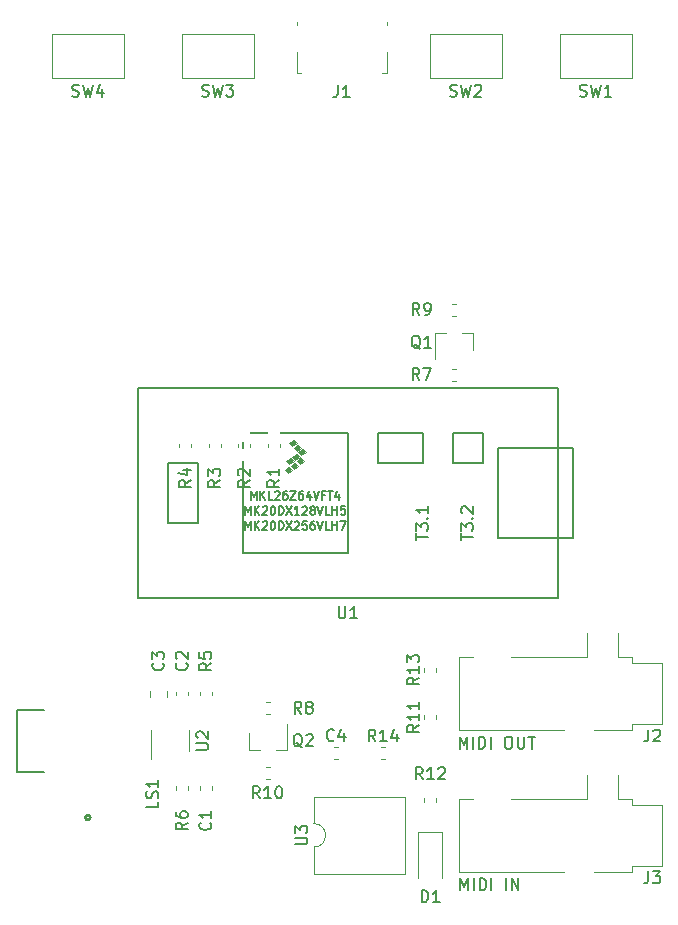
<source format=gto>
G04 #@! TF.GenerationSoftware,KiCad,Pcbnew,(5.1.4)-1*
G04 #@! TF.CreationDate,2019-10-14T19:51:17-04:00*
G04 #@! TF.ProjectId,badger-badge,62616467-6572-42d6-9261-6467652e6b69,rev?*
G04 #@! TF.SameCoordinates,Original*
G04 #@! TF.FileFunction,Legend,Top*
G04 #@! TF.FilePolarity,Positive*
%FSLAX46Y46*%
G04 Gerber Fmt 4.6, Leading zero omitted, Abs format (unit mm)*
G04 Created by KiCad (PCBNEW (5.1.4)-1) date 2019-10-14 19:51:17*
%MOMM*%
%LPD*%
G04 APERTURE LIST*
%ADD10C,0.150000*%
%ADD11C,0.100000*%
%ADD12C,0.120000*%
%ADD13C,0.254000*%
%ADD14C,0.127000*%
%ADD15C,2.002000*%
%ADD16R,1.702000X1.702000*%
%ADD17C,1.702000*%
%ADD18R,1.882000X2.102000*%
%ADD19C,0.977000*%
%ADD20C,1.802000*%
%ADD21R,2.902000X2.902000*%
%ADD22R,2.302000X2.902000*%
%ADD23R,1.302000X1.002000*%
%ADD24R,1.277000X2.002000*%
%ADD25R,2.477000X2.002000*%
%ADD26R,1.577000X2.202000*%
%ADD27R,0.552000X1.482000*%
%ADD28R,0.752000X1.162000*%
%ADD29R,1.602000X1.602000*%
%ADD30R,0.902000X1.002000*%
%ADD31R,2.512000X2.812000*%
%ADD32C,1.077000*%
%ADD33C,0.200000*%
G04 APERTURE END LIST*
D10*
X87547619Y-123652380D02*
X87547619Y-122652380D01*
X87880952Y-123366666D01*
X88214285Y-122652380D01*
X88214285Y-123652380D01*
X88690476Y-123652380D02*
X88690476Y-122652380D01*
X89166666Y-123652380D02*
X89166666Y-122652380D01*
X89404761Y-122652380D01*
X89547619Y-122700000D01*
X89642857Y-122795238D01*
X89690476Y-122890476D01*
X89738095Y-123080952D01*
X89738095Y-123223809D01*
X89690476Y-123414285D01*
X89642857Y-123509523D01*
X89547619Y-123604761D01*
X89404761Y-123652380D01*
X89166666Y-123652380D01*
X90166666Y-123652380D02*
X90166666Y-122652380D01*
X91404761Y-123652380D02*
X91404761Y-122652380D01*
X91880952Y-123652380D02*
X91880952Y-122652380D01*
X92452380Y-123652380D01*
X92452380Y-122652380D01*
X87480952Y-111652380D02*
X87480952Y-110652380D01*
X87814285Y-111366666D01*
X88147619Y-110652380D01*
X88147619Y-111652380D01*
X88623809Y-111652380D02*
X88623809Y-110652380D01*
X89100000Y-111652380D02*
X89100000Y-110652380D01*
X89338095Y-110652380D01*
X89480952Y-110700000D01*
X89576190Y-110795238D01*
X89623809Y-110890476D01*
X89671428Y-111080952D01*
X89671428Y-111223809D01*
X89623809Y-111414285D01*
X89576190Y-111509523D01*
X89480952Y-111604761D01*
X89338095Y-111652380D01*
X89100000Y-111652380D01*
X90100000Y-111652380D02*
X90100000Y-110652380D01*
X91528571Y-110652380D02*
X91719047Y-110652380D01*
X91814285Y-110700000D01*
X91909523Y-110795238D01*
X91957142Y-110985714D01*
X91957142Y-111319047D01*
X91909523Y-111509523D01*
X91814285Y-111604761D01*
X91719047Y-111652380D01*
X91528571Y-111652380D01*
X91433333Y-111604761D01*
X91338095Y-111509523D01*
X91290476Y-111319047D01*
X91290476Y-110985714D01*
X91338095Y-110795238D01*
X91433333Y-110700000D01*
X91528571Y-110652380D01*
X92385714Y-110652380D02*
X92385714Y-111461904D01*
X92433333Y-111557142D01*
X92480952Y-111604761D01*
X92576190Y-111652380D01*
X92766666Y-111652380D01*
X92861904Y-111604761D01*
X92909523Y-111557142D01*
X92957142Y-111461904D01*
X92957142Y-110652380D01*
X93290476Y-110652380D02*
X93861904Y-110652380D01*
X93576190Y-111652380D02*
X93576190Y-110652380D01*
D11*
G36*
X73174000Y-87079000D02*
G01*
X73428000Y-87333000D01*
X73047000Y-87587000D01*
X72793000Y-87333000D01*
X73174000Y-87079000D01*
G37*
X73174000Y-87079000D02*
X73428000Y-87333000D01*
X73047000Y-87587000D01*
X72793000Y-87333000D01*
X73174000Y-87079000D01*
G36*
X74190000Y-86317000D02*
G01*
X74444000Y-86571000D01*
X74063000Y-86825000D01*
X73809000Y-86571000D01*
X74190000Y-86317000D01*
G37*
X74190000Y-86317000D02*
X74444000Y-86571000D01*
X74063000Y-86825000D01*
X73809000Y-86571000D01*
X74190000Y-86317000D01*
G36*
X73428000Y-85555000D02*
G01*
X73682000Y-85809000D01*
X73301000Y-86063000D01*
X73047000Y-85809000D01*
X73428000Y-85555000D01*
G37*
X73428000Y-85555000D02*
X73682000Y-85809000D01*
X73301000Y-86063000D01*
X73047000Y-85809000D01*
X73428000Y-85555000D01*
G36*
X73555000Y-87460000D02*
G01*
X73809000Y-87714000D01*
X73428000Y-87968000D01*
X73174000Y-87714000D01*
X73555000Y-87460000D01*
G37*
X73555000Y-87460000D02*
X73809000Y-87714000D01*
X73428000Y-87968000D01*
X73174000Y-87714000D01*
X73555000Y-87460000D01*
G36*
X73809000Y-85936000D02*
G01*
X74063000Y-86190000D01*
X73682000Y-86444000D01*
X73428000Y-86190000D01*
X73809000Y-85936000D01*
G37*
X73809000Y-85936000D02*
X74063000Y-86190000D01*
X73682000Y-86444000D01*
X73428000Y-86190000D01*
X73809000Y-85936000D01*
G36*
X73047000Y-87841000D02*
G01*
X73301000Y-88095000D01*
X72920000Y-88349000D01*
X72666000Y-88095000D01*
X73047000Y-87841000D01*
G37*
X73047000Y-87841000D02*
X73301000Y-88095000D01*
X72920000Y-88349000D01*
X72666000Y-88095000D01*
X73047000Y-87841000D01*
G36*
X73682000Y-86698000D02*
G01*
X73936000Y-86952000D01*
X73555000Y-87206000D01*
X73301000Y-86952000D01*
X73682000Y-86698000D01*
G37*
X73682000Y-86698000D02*
X73936000Y-86952000D01*
X73555000Y-87206000D01*
X73301000Y-86952000D01*
X73682000Y-86698000D01*
G36*
X74063000Y-87079000D02*
G01*
X74317000Y-87333000D01*
X73936000Y-87587000D01*
X73682000Y-87333000D01*
X74063000Y-87079000D01*
G37*
X74063000Y-87079000D02*
X74317000Y-87333000D01*
X73936000Y-87587000D01*
X73682000Y-87333000D01*
X74063000Y-87079000D01*
D10*
X95780000Y-81110000D02*
X95780000Y-98890000D01*
X60220000Y-81110000D02*
X95780000Y-81110000D01*
X60220000Y-98890000D02*
X60220000Y-81110000D01*
X95780000Y-98890000D02*
X60220000Y-98890000D01*
X69110000Y-84920000D02*
X78000000Y-84920000D01*
X69110000Y-95080000D02*
X78000000Y-95080000D01*
X78000000Y-95080000D02*
X78000000Y-84920000D01*
X69110000Y-84920000D02*
X69110000Y-95080000D01*
X65300000Y-92540000D02*
X62760000Y-92540000D01*
X65300000Y-87460000D02*
X65300000Y-92540000D01*
X62760000Y-87460000D02*
X65300000Y-87460000D01*
X62760000Y-92540000D02*
X62760000Y-87460000D01*
X89430000Y-87460000D02*
X89430000Y-84920000D01*
X86890000Y-87460000D02*
X89430000Y-87460000D01*
X86890000Y-84920000D02*
X86890000Y-87460000D01*
X89430000Y-84920000D02*
X86890000Y-84920000D01*
X90700000Y-86190000D02*
X95780000Y-86190000D01*
X90700000Y-93810000D02*
X95780000Y-93810000D01*
X90700000Y-86190000D02*
X90700000Y-93810000D01*
X84350000Y-87460000D02*
X84350000Y-84920000D01*
X80540000Y-87460000D02*
X84350000Y-87460000D01*
X80540000Y-84920000D02*
X80540000Y-87460000D01*
X84350000Y-84920000D02*
X80540000Y-84920000D01*
X97050000Y-93810000D02*
X95780000Y-93810000D01*
X97050000Y-86190000D02*
X97050000Y-93810000D01*
X95780000Y-86190000D02*
X97050000Y-86190000D01*
D12*
X75130000Y-115765000D02*
X75130000Y-118000000D01*
X82870000Y-115765000D02*
X75130000Y-115765000D01*
X82870000Y-122235000D02*
X82870000Y-115765000D01*
X75130000Y-122235000D02*
X82870000Y-122235000D01*
X75130000Y-120000000D02*
X75130000Y-122235000D01*
X75130000Y-118000000D02*
G75*
G02X75130000Y-120000000I0J-1000000D01*
G01*
X81162779Y-111490000D02*
X80837221Y-111490000D01*
X81162779Y-112510000D02*
X80837221Y-112510000D01*
X85510000Y-105162779D02*
X85510000Y-104837221D01*
X84490000Y-105162779D02*
X84490000Y-104837221D01*
X85510000Y-116162779D02*
X85510000Y-115837221D01*
X84490000Y-116162779D02*
X84490000Y-115837221D01*
X84490000Y-108837221D02*
X84490000Y-109162779D01*
X85510000Y-108837221D02*
X85510000Y-109162779D01*
X98300000Y-115900000D02*
X98300000Y-113900000D01*
X100900000Y-115900000D02*
X100900000Y-113900000D01*
X91800000Y-115900000D02*
X98300000Y-115900000D01*
X87400000Y-115900000D02*
X88600000Y-115900000D01*
X87400000Y-122100000D02*
X87400000Y-115900000D01*
X96300000Y-122100000D02*
X87400000Y-122100000D01*
X102100000Y-122100000D02*
X98900000Y-122100000D01*
X102100000Y-121600000D02*
X102100000Y-122100000D01*
X104600000Y-121600000D02*
X102100000Y-121600000D01*
X104600000Y-116400000D02*
X104600000Y-121600000D01*
X102100000Y-116400000D02*
X104600000Y-116400000D01*
X102100000Y-115900000D02*
X102100000Y-116400000D01*
X100900000Y-115900000D02*
X102100000Y-115900000D01*
X98300000Y-103900000D02*
X98300000Y-101900000D01*
X100900000Y-103900000D02*
X100900000Y-101900000D01*
X91800000Y-103900000D02*
X98300000Y-103900000D01*
X87400000Y-103900000D02*
X88600000Y-103900000D01*
X87400000Y-110100000D02*
X87400000Y-103900000D01*
X96300000Y-110100000D02*
X87400000Y-110100000D01*
X102100000Y-110100000D02*
X98900000Y-110100000D01*
X102100000Y-109600000D02*
X102100000Y-110100000D01*
X104600000Y-109600000D02*
X102100000Y-109600000D01*
X104600000Y-104400000D02*
X104600000Y-109600000D01*
X102100000Y-104400000D02*
X104600000Y-104400000D01*
X102100000Y-103900000D02*
X102100000Y-104400000D01*
X100900000Y-103900000D02*
X102100000Y-103900000D01*
X86000000Y-118750000D02*
X86000000Y-122650000D01*
X84000000Y-118750000D02*
X84000000Y-122650000D01*
X86000000Y-118750000D02*
X84000000Y-118750000D01*
X76837221Y-112510000D02*
X77162779Y-112510000D01*
X76837221Y-111490000D02*
X77162779Y-111490000D01*
X81310000Y-50150000D02*
X81310000Y-50410000D01*
X81310000Y-52690000D02*
X81310000Y-54460000D01*
X81310000Y-54460000D02*
X80930000Y-54460000D01*
X73690000Y-54460000D02*
X73690000Y-52690000D01*
X73690000Y-50410000D02*
X73690000Y-50150000D01*
X73690000Y-54460000D02*
X74070000Y-54460000D01*
X61390000Y-110100000D02*
X61390000Y-112550000D01*
X64610000Y-111900000D02*
X64610000Y-110100000D01*
X52940000Y-54850000D02*
X52940000Y-51150000D01*
X59060000Y-54850000D02*
X52940000Y-54850000D01*
X59060000Y-51150000D02*
X59060000Y-54850000D01*
X52940000Y-51150000D02*
X59060000Y-51150000D01*
X63940000Y-54850000D02*
X63940000Y-51150000D01*
X70060000Y-54850000D02*
X63940000Y-54850000D01*
X70060000Y-51150000D02*
X70060000Y-54850000D01*
X63940000Y-51150000D02*
X70060000Y-51150000D01*
X84940000Y-54850000D02*
X84940000Y-51150000D01*
X91060000Y-54850000D02*
X84940000Y-54850000D01*
X91060000Y-51150000D02*
X91060000Y-54850000D01*
X84940000Y-51150000D02*
X91060000Y-51150000D01*
X95940000Y-54850000D02*
X95940000Y-51150000D01*
X102060000Y-54850000D02*
X95940000Y-54850000D01*
X102060000Y-51150000D02*
X102060000Y-54850000D01*
X95940000Y-51150000D02*
X102060000Y-51150000D01*
X71412779Y-113240000D02*
X71087221Y-113240000D01*
X71412779Y-114260000D02*
X71087221Y-114260000D01*
X86837221Y-75010000D02*
X87162779Y-75010000D01*
X86837221Y-73990000D02*
X87162779Y-73990000D01*
X71412779Y-107740000D02*
X71087221Y-107740000D01*
X71412779Y-108760000D02*
X71087221Y-108760000D01*
X86837221Y-80510000D02*
X87162779Y-80510000D01*
X86837221Y-79490000D02*
X87162779Y-79490000D01*
X63490000Y-114837221D02*
X63490000Y-115162779D01*
X64510000Y-114837221D02*
X64510000Y-115162779D01*
X65490000Y-106837221D02*
X65490000Y-107162779D01*
X66510000Y-106837221D02*
X66510000Y-107162779D01*
X63740000Y-85837221D02*
X63740000Y-86162779D01*
X64760000Y-85837221D02*
X64760000Y-86162779D01*
X66240000Y-85837221D02*
X66240000Y-86162779D01*
X67260000Y-85837221D02*
X67260000Y-86162779D01*
X68740000Y-85837221D02*
X68740000Y-86162779D01*
X69760000Y-85837221D02*
X69760000Y-86162779D01*
X71240000Y-85837221D02*
X71240000Y-86162779D01*
X72260000Y-85837221D02*
X72260000Y-86162779D01*
X69670000Y-111760000D02*
X69670000Y-110300000D01*
X72830000Y-111760000D02*
X72830000Y-109600000D01*
X72830000Y-111760000D02*
X71900000Y-111760000D01*
X69670000Y-111760000D02*
X70600000Y-111760000D01*
X88580000Y-76490000D02*
X88580000Y-77950000D01*
X85420000Y-76490000D02*
X85420000Y-78650000D01*
X85420000Y-76490000D02*
X86350000Y-76490000D01*
X88580000Y-76490000D02*
X87650000Y-76490000D01*
D13*
X56200000Y-117500000D02*
G75*
G03X56200000Y-117500000I-200000J0D01*
G01*
D14*
X50000000Y-108400000D02*
X50000000Y-113600000D01*
X52300000Y-108400000D02*
X50000000Y-108400000D01*
X50000000Y-113600000D02*
X52300000Y-113600000D01*
D12*
X62710000Y-107258578D02*
X62710000Y-106741422D01*
X61290000Y-107258578D02*
X61290000Y-106741422D01*
X64510000Y-107162779D02*
X64510000Y-106837221D01*
X63490000Y-107162779D02*
X63490000Y-106837221D01*
X66510000Y-115162779D02*
X66510000Y-114837221D01*
X65490000Y-115162779D02*
X65490000Y-114837221D01*
D10*
X77238095Y-99612380D02*
X77238095Y-100421904D01*
X77285714Y-100517142D01*
X77333333Y-100564761D01*
X77428571Y-100612380D01*
X77619047Y-100612380D01*
X77714285Y-100564761D01*
X77761904Y-100517142D01*
X77809523Y-100421904D01*
X77809523Y-99612380D01*
X78809523Y-100612380D02*
X78238095Y-100612380D01*
X78523809Y-100612380D02*
X78523809Y-99612380D01*
X78428571Y-99755238D01*
X78333333Y-99850476D01*
X78238095Y-99898095D01*
X69338333Y-91840666D02*
X69338333Y-91140666D01*
X69571666Y-91640666D01*
X69805000Y-91140666D01*
X69805000Y-91840666D01*
X70138333Y-91840666D02*
X70138333Y-91140666D01*
X70538333Y-91840666D02*
X70238333Y-91440666D01*
X70538333Y-91140666D02*
X70138333Y-91540666D01*
X70805000Y-91207333D02*
X70838333Y-91174000D01*
X70905000Y-91140666D01*
X71071666Y-91140666D01*
X71138333Y-91174000D01*
X71171666Y-91207333D01*
X71205000Y-91274000D01*
X71205000Y-91340666D01*
X71171666Y-91440666D01*
X70771666Y-91840666D01*
X71205000Y-91840666D01*
X71638333Y-91140666D02*
X71705000Y-91140666D01*
X71771666Y-91174000D01*
X71805000Y-91207333D01*
X71838333Y-91274000D01*
X71871666Y-91407333D01*
X71871666Y-91574000D01*
X71838333Y-91707333D01*
X71805000Y-91774000D01*
X71771666Y-91807333D01*
X71705000Y-91840666D01*
X71638333Y-91840666D01*
X71571666Y-91807333D01*
X71538333Y-91774000D01*
X71505000Y-91707333D01*
X71471666Y-91574000D01*
X71471666Y-91407333D01*
X71505000Y-91274000D01*
X71538333Y-91207333D01*
X71571666Y-91174000D01*
X71638333Y-91140666D01*
X72171666Y-91840666D02*
X72171666Y-91140666D01*
X72338333Y-91140666D01*
X72438333Y-91174000D01*
X72505000Y-91240666D01*
X72538333Y-91307333D01*
X72571666Y-91440666D01*
X72571666Y-91540666D01*
X72538333Y-91674000D01*
X72505000Y-91740666D01*
X72438333Y-91807333D01*
X72338333Y-91840666D01*
X72171666Y-91840666D01*
X72805000Y-91140666D02*
X73271666Y-91840666D01*
X73271666Y-91140666D02*
X72805000Y-91840666D01*
X73905000Y-91840666D02*
X73505000Y-91840666D01*
X73705000Y-91840666D02*
X73705000Y-91140666D01*
X73638333Y-91240666D01*
X73571666Y-91307333D01*
X73505000Y-91340666D01*
X74171666Y-91207333D02*
X74205000Y-91174000D01*
X74271666Y-91140666D01*
X74438333Y-91140666D01*
X74505000Y-91174000D01*
X74538333Y-91207333D01*
X74571666Y-91274000D01*
X74571666Y-91340666D01*
X74538333Y-91440666D01*
X74138333Y-91840666D01*
X74571666Y-91840666D01*
X74971666Y-91440666D02*
X74905000Y-91407333D01*
X74871666Y-91374000D01*
X74838333Y-91307333D01*
X74838333Y-91274000D01*
X74871666Y-91207333D01*
X74905000Y-91174000D01*
X74971666Y-91140666D01*
X75105000Y-91140666D01*
X75171666Y-91174000D01*
X75205000Y-91207333D01*
X75238333Y-91274000D01*
X75238333Y-91307333D01*
X75205000Y-91374000D01*
X75171666Y-91407333D01*
X75105000Y-91440666D01*
X74971666Y-91440666D01*
X74905000Y-91474000D01*
X74871666Y-91507333D01*
X74838333Y-91574000D01*
X74838333Y-91707333D01*
X74871666Y-91774000D01*
X74905000Y-91807333D01*
X74971666Y-91840666D01*
X75105000Y-91840666D01*
X75171666Y-91807333D01*
X75205000Y-91774000D01*
X75238333Y-91707333D01*
X75238333Y-91574000D01*
X75205000Y-91507333D01*
X75171666Y-91474000D01*
X75105000Y-91440666D01*
X75438333Y-91140666D02*
X75671666Y-91840666D01*
X75905000Y-91140666D01*
X76471666Y-91840666D02*
X76138333Y-91840666D01*
X76138333Y-91140666D01*
X76705000Y-91840666D02*
X76705000Y-91140666D01*
X76705000Y-91474000D02*
X77105000Y-91474000D01*
X77105000Y-91840666D02*
X77105000Y-91140666D01*
X77771666Y-91140666D02*
X77438333Y-91140666D01*
X77405000Y-91474000D01*
X77438333Y-91440666D01*
X77505000Y-91407333D01*
X77671666Y-91407333D01*
X77738333Y-91440666D01*
X77771666Y-91474000D01*
X77805000Y-91540666D01*
X77805000Y-91707333D01*
X77771666Y-91774000D01*
X77738333Y-91807333D01*
X77671666Y-91840666D01*
X77505000Y-91840666D01*
X77438333Y-91807333D01*
X77405000Y-91774000D01*
X69821666Y-90570666D02*
X69821666Y-89870666D01*
X70055000Y-90370666D01*
X70288333Y-89870666D01*
X70288333Y-90570666D01*
X70621666Y-90570666D02*
X70621666Y-89870666D01*
X71021666Y-90570666D02*
X70721666Y-90170666D01*
X71021666Y-89870666D02*
X70621666Y-90270666D01*
X71655000Y-90570666D02*
X71321666Y-90570666D01*
X71321666Y-89870666D01*
X71855000Y-89937333D02*
X71888333Y-89904000D01*
X71955000Y-89870666D01*
X72121666Y-89870666D01*
X72188333Y-89904000D01*
X72221666Y-89937333D01*
X72255000Y-90004000D01*
X72255000Y-90070666D01*
X72221666Y-90170666D01*
X71821666Y-90570666D01*
X72255000Y-90570666D01*
X72855000Y-89870666D02*
X72721666Y-89870666D01*
X72655000Y-89904000D01*
X72621666Y-89937333D01*
X72555000Y-90037333D01*
X72521666Y-90170666D01*
X72521666Y-90437333D01*
X72555000Y-90504000D01*
X72588333Y-90537333D01*
X72655000Y-90570666D01*
X72788333Y-90570666D01*
X72855000Y-90537333D01*
X72888333Y-90504000D01*
X72921666Y-90437333D01*
X72921666Y-90270666D01*
X72888333Y-90204000D01*
X72855000Y-90170666D01*
X72788333Y-90137333D01*
X72655000Y-90137333D01*
X72588333Y-90170666D01*
X72555000Y-90204000D01*
X72521666Y-90270666D01*
X73155000Y-89870666D02*
X73621666Y-89870666D01*
X73155000Y-90570666D01*
X73621666Y-90570666D01*
X74188333Y-89870666D02*
X74055000Y-89870666D01*
X73988333Y-89904000D01*
X73955000Y-89937333D01*
X73888333Y-90037333D01*
X73855000Y-90170666D01*
X73855000Y-90437333D01*
X73888333Y-90504000D01*
X73921666Y-90537333D01*
X73988333Y-90570666D01*
X74121666Y-90570666D01*
X74188333Y-90537333D01*
X74221666Y-90504000D01*
X74255000Y-90437333D01*
X74255000Y-90270666D01*
X74221666Y-90204000D01*
X74188333Y-90170666D01*
X74121666Y-90137333D01*
X73988333Y-90137333D01*
X73921666Y-90170666D01*
X73888333Y-90204000D01*
X73855000Y-90270666D01*
X74855000Y-90104000D02*
X74855000Y-90570666D01*
X74688333Y-89837333D02*
X74521666Y-90337333D01*
X74955000Y-90337333D01*
X75121666Y-89870666D02*
X75355000Y-90570666D01*
X75588333Y-89870666D01*
X76055000Y-90204000D02*
X75821666Y-90204000D01*
X75821666Y-90570666D02*
X75821666Y-89870666D01*
X76155000Y-89870666D01*
X76321666Y-89870666D02*
X76721666Y-89870666D01*
X76521666Y-90570666D02*
X76521666Y-89870666D01*
X77255000Y-90104000D02*
X77255000Y-90570666D01*
X77088333Y-89837333D02*
X76921666Y-90337333D01*
X77355000Y-90337333D01*
X69338333Y-93110666D02*
X69338333Y-92410666D01*
X69571666Y-92910666D01*
X69805000Y-92410666D01*
X69805000Y-93110666D01*
X70138333Y-93110666D02*
X70138333Y-92410666D01*
X70538333Y-93110666D02*
X70238333Y-92710666D01*
X70538333Y-92410666D02*
X70138333Y-92810666D01*
X70805000Y-92477333D02*
X70838333Y-92444000D01*
X70905000Y-92410666D01*
X71071666Y-92410666D01*
X71138333Y-92444000D01*
X71171666Y-92477333D01*
X71205000Y-92544000D01*
X71205000Y-92610666D01*
X71171666Y-92710666D01*
X70771666Y-93110666D01*
X71205000Y-93110666D01*
X71638333Y-92410666D02*
X71705000Y-92410666D01*
X71771666Y-92444000D01*
X71805000Y-92477333D01*
X71838333Y-92544000D01*
X71871666Y-92677333D01*
X71871666Y-92844000D01*
X71838333Y-92977333D01*
X71805000Y-93044000D01*
X71771666Y-93077333D01*
X71705000Y-93110666D01*
X71638333Y-93110666D01*
X71571666Y-93077333D01*
X71538333Y-93044000D01*
X71505000Y-92977333D01*
X71471666Y-92844000D01*
X71471666Y-92677333D01*
X71505000Y-92544000D01*
X71538333Y-92477333D01*
X71571666Y-92444000D01*
X71638333Y-92410666D01*
X72171666Y-93110666D02*
X72171666Y-92410666D01*
X72338333Y-92410666D01*
X72438333Y-92444000D01*
X72505000Y-92510666D01*
X72538333Y-92577333D01*
X72571666Y-92710666D01*
X72571666Y-92810666D01*
X72538333Y-92944000D01*
X72505000Y-93010666D01*
X72438333Y-93077333D01*
X72338333Y-93110666D01*
X72171666Y-93110666D01*
X72805000Y-92410666D02*
X73271666Y-93110666D01*
X73271666Y-92410666D02*
X72805000Y-93110666D01*
X73505000Y-92477333D02*
X73538333Y-92444000D01*
X73605000Y-92410666D01*
X73771666Y-92410666D01*
X73838333Y-92444000D01*
X73871666Y-92477333D01*
X73905000Y-92544000D01*
X73905000Y-92610666D01*
X73871666Y-92710666D01*
X73471666Y-93110666D01*
X73905000Y-93110666D01*
X74538333Y-92410666D02*
X74205000Y-92410666D01*
X74171666Y-92744000D01*
X74205000Y-92710666D01*
X74271666Y-92677333D01*
X74438333Y-92677333D01*
X74505000Y-92710666D01*
X74538333Y-92744000D01*
X74571666Y-92810666D01*
X74571666Y-92977333D01*
X74538333Y-93044000D01*
X74505000Y-93077333D01*
X74438333Y-93110666D01*
X74271666Y-93110666D01*
X74205000Y-93077333D01*
X74171666Y-93044000D01*
X75171666Y-92410666D02*
X75038333Y-92410666D01*
X74971666Y-92444000D01*
X74938333Y-92477333D01*
X74871666Y-92577333D01*
X74838333Y-92710666D01*
X74838333Y-92977333D01*
X74871666Y-93044000D01*
X74905000Y-93077333D01*
X74971666Y-93110666D01*
X75105000Y-93110666D01*
X75171666Y-93077333D01*
X75205000Y-93044000D01*
X75238333Y-92977333D01*
X75238333Y-92810666D01*
X75205000Y-92744000D01*
X75171666Y-92710666D01*
X75105000Y-92677333D01*
X74971666Y-92677333D01*
X74905000Y-92710666D01*
X74871666Y-92744000D01*
X74838333Y-92810666D01*
X75438333Y-92410666D02*
X75671666Y-93110666D01*
X75905000Y-92410666D01*
X76471666Y-93110666D02*
X76138333Y-93110666D01*
X76138333Y-92410666D01*
X76705000Y-93110666D02*
X76705000Y-92410666D01*
X76705000Y-92744000D02*
X77105000Y-92744000D01*
X77105000Y-93110666D02*
X77105000Y-92410666D01*
X77371666Y-92410666D02*
X77838333Y-92410666D01*
X77538333Y-93110666D01*
X83802380Y-94016190D02*
X83802380Y-93444761D01*
X84802380Y-93730476D02*
X83802380Y-93730476D01*
X83802380Y-93206666D02*
X83802380Y-92587619D01*
X84183333Y-92920952D01*
X84183333Y-92778095D01*
X84230952Y-92682857D01*
X84278571Y-92635238D01*
X84373809Y-92587619D01*
X84611904Y-92587619D01*
X84707142Y-92635238D01*
X84754761Y-92682857D01*
X84802380Y-92778095D01*
X84802380Y-93063809D01*
X84754761Y-93159047D01*
X84707142Y-93206666D01*
X84707142Y-92159047D02*
X84754761Y-92111428D01*
X84802380Y-92159047D01*
X84754761Y-92206666D01*
X84707142Y-92159047D01*
X84802380Y-92159047D01*
X84802380Y-91159047D02*
X84802380Y-91730476D01*
X84802380Y-91444761D02*
X83802380Y-91444761D01*
X83945238Y-91540000D01*
X84040476Y-91635238D01*
X84088095Y-91730476D01*
X87612380Y-94016190D02*
X87612380Y-93444761D01*
X88612380Y-93730476D02*
X87612380Y-93730476D01*
X87612380Y-93206666D02*
X87612380Y-92587619D01*
X87993333Y-92920952D01*
X87993333Y-92778095D01*
X88040952Y-92682857D01*
X88088571Y-92635238D01*
X88183809Y-92587619D01*
X88421904Y-92587619D01*
X88517142Y-92635238D01*
X88564761Y-92682857D01*
X88612380Y-92778095D01*
X88612380Y-93063809D01*
X88564761Y-93159047D01*
X88517142Y-93206666D01*
X88517142Y-92159047D02*
X88564761Y-92111428D01*
X88612380Y-92159047D01*
X88564761Y-92206666D01*
X88517142Y-92159047D01*
X88612380Y-92159047D01*
X87707619Y-91730476D02*
X87660000Y-91682857D01*
X87612380Y-91587619D01*
X87612380Y-91349523D01*
X87660000Y-91254285D01*
X87707619Y-91206666D01*
X87802857Y-91159047D01*
X87898095Y-91159047D01*
X88040952Y-91206666D01*
X88612380Y-91778095D01*
X88612380Y-91159047D01*
X73582380Y-119761904D02*
X74391904Y-119761904D01*
X74487142Y-119714285D01*
X74534761Y-119666666D01*
X74582380Y-119571428D01*
X74582380Y-119380952D01*
X74534761Y-119285714D01*
X74487142Y-119238095D01*
X74391904Y-119190476D01*
X73582380Y-119190476D01*
X73582380Y-118809523D02*
X73582380Y-118190476D01*
X73963333Y-118523809D01*
X73963333Y-118380952D01*
X74010952Y-118285714D01*
X74058571Y-118238095D01*
X74153809Y-118190476D01*
X74391904Y-118190476D01*
X74487142Y-118238095D01*
X74534761Y-118285714D01*
X74582380Y-118380952D01*
X74582380Y-118666666D01*
X74534761Y-118761904D01*
X74487142Y-118809523D01*
X80357142Y-111052380D02*
X80023809Y-110576190D01*
X79785714Y-111052380D02*
X79785714Y-110052380D01*
X80166666Y-110052380D01*
X80261904Y-110100000D01*
X80309523Y-110147619D01*
X80357142Y-110242857D01*
X80357142Y-110385714D01*
X80309523Y-110480952D01*
X80261904Y-110528571D01*
X80166666Y-110576190D01*
X79785714Y-110576190D01*
X81309523Y-111052380D02*
X80738095Y-111052380D01*
X81023809Y-111052380D02*
X81023809Y-110052380D01*
X80928571Y-110195238D01*
X80833333Y-110290476D01*
X80738095Y-110338095D01*
X82166666Y-110385714D02*
X82166666Y-111052380D01*
X81928571Y-110004761D02*
X81690476Y-110719047D01*
X82309523Y-110719047D01*
X84022380Y-105642857D02*
X83546190Y-105976190D01*
X84022380Y-106214285D02*
X83022380Y-106214285D01*
X83022380Y-105833333D01*
X83070000Y-105738095D01*
X83117619Y-105690476D01*
X83212857Y-105642857D01*
X83355714Y-105642857D01*
X83450952Y-105690476D01*
X83498571Y-105738095D01*
X83546190Y-105833333D01*
X83546190Y-106214285D01*
X84022380Y-104690476D02*
X84022380Y-105261904D01*
X84022380Y-104976190D02*
X83022380Y-104976190D01*
X83165238Y-105071428D01*
X83260476Y-105166666D01*
X83308095Y-105261904D01*
X83022380Y-104357142D02*
X83022380Y-103738095D01*
X83403333Y-104071428D01*
X83403333Y-103928571D01*
X83450952Y-103833333D01*
X83498571Y-103785714D01*
X83593809Y-103738095D01*
X83831904Y-103738095D01*
X83927142Y-103785714D01*
X83974761Y-103833333D01*
X84022380Y-103928571D01*
X84022380Y-104214285D01*
X83974761Y-104309523D01*
X83927142Y-104357142D01*
X84357142Y-114252380D02*
X84023809Y-113776190D01*
X83785714Y-114252380D02*
X83785714Y-113252380D01*
X84166666Y-113252380D01*
X84261904Y-113300000D01*
X84309523Y-113347619D01*
X84357142Y-113442857D01*
X84357142Y-113585714D01*
X84309523Y-113680952D01*
X84261904Y-113728571D01*
X84166666Y-113776190D01*
X83785714Y-113776190D01*
X85309523Y-114252380D02*
X84738095Y-114252380D01*
X85023809Y-114252380D02*
X85023809Y-113252380D01*
X84928571Y-113395238D01*
X84833333Y-113490476D01*
X84738095Y-113538095D01*
X85690476Y-113347619D02*
X85738095Y-113300000D01*
X85833333Y-113252380D01*
X86071428Y-113252380D01*
X86166666Y-113300000D01*
X86214285Y-113347619D01*
X86261904Y-113442857D01*
X86261904Y-113538095D01*
X86214285Y-113680952D01*
X85642857Y-114252380D01*
X86261904Y-114252380D01*
X84052380Y-109642857D02*
X83576190Y-109976190D01*
X84052380Y-110214285D02*
X83052380Y-110214285D01*
X83052380Y-109833333D01*
X83100000Y-109738095D01*
X83147619Y-109690476D01*
X83242857Y-109642857D01*
X83385714Y-109642857D01*
X83480952Y-109690476D01*
X83528571Y-109738095D01*
X83576190Y-109833333D01*
X83576190Y-110214285D01*
X84052380Y-108690476D02*
X84052380Y-109261904D01*
X84052380Y-108976190D02*
X83052380Y-108976190D01*
X83195238Y-109071428D01*
X83290476Y-109166666D01*
X83338095Y-109261904D01*
X84052380Y-107738095D02*
X84052380Y-108309523D01*
X84052380Y-108023809D02*
X83052380Y-108023809D01*
X83195238Y-108119047D01*
X83290476Y-108214285D01*
X83338095Y-108309523D01*
X103466666Y-122052380D02*
X103466666Y-122766666D01*
X103419047Y-122909523D01*
X103323809Y-123004761D01*
X103180952Y-123052380D01*
X103085714Y-123052380D01*
X103847619Y-122052380D02*
X104466666Y-122052380D01*
X104133333Y-122433333D01*
X104276190Y-122433333D01*
X104371428Y-122480952D01*
X104419047Y-122528571D01*
X104466666Y-122623809D01*
X104466666Y-122861904D01*
X104419047Y-122957142D01*
X104371428Y-123004761D01*
X104276190Y-123052380D01*
X103990476Y-123052380D01*
X103895238Y-123004761D01*
X103847619Y-122957142D01*
X103466666Y-110052380D02*
X103466666Y-110766666D01*
X103419047Y-110909523D01*
X103323809Y-111004761D01*
X103180952Y-111052380D01*
X103085714Y-111052380D01*
X103895238Y-110147619D02*
X103942857Y-110100000D01*
X104038095Y-110052380D01*
X104276190Y-110052380D01*
X104371428Y-110100000D01*
X104419047Y-110147619D01*
X104466666Y-110242857D01*
X104466666Y-110338095D01*
X104419047Y-110480952D01*
X103847619Y-111052380D01*
X104466666Y-111052380D01*
X84261904Y-124652380D02*
X84261904Y-123652380D01*
X84500000Y-123652380D01*
X84642857Y-123700000D01*
X84738095Y-123795238D01*
X84785714Y-123890476D01*
X84833333Y-124080952D01*
X84833333Y-124223809D01*
X84785714Y-124414285D01*
X84738095Y-124509523D01*
X84642857Y-124604761D01*
X84500000Y-124652380D01*
X84261904Y-124652380D01*
X85785714Y-124652380D02*
X85214285Y-124652380D01*
X85500000Y-124652380D02*
X85500000Y-123652380D01*
X85404761Y-123795238D01*
X85309523Y-123890476D01*
X85214285Y-123938095D01*
X76833333Y-110927142D02*
X76785714Y-110974761D01*
X76642857Y-111022380D01*
X76547619Y-111022380D01*
X76404761Y-110974761D01*
X76309523Y-110879523D01*
X76261904Y-110784285D01*
X76214285Y-110593809D01*
X76214285Y-110450952D01*
X76261904Y-110260476D01*
X76309523Y-110165238D01*
X76404761Y-110070000D01*
X76547619Y-110022380D01*
X76642857Y-110022380D01*
X76785714Y-110070000D01*
X76833333Y-110117619D01*
X77690476Y-110355714D02*
X77690476Y-111022380D01*
X77452380Y-109974761D02*
X77214285Y-110689047D01*
X77833333Y-110689047D01*
X77166666Y-55502380D02*
X77166666Y-56216666D01*
X77119047Y-56359523D01*
X77023809Y-56454761D01*
X76880952Y-56502380D01*
X76785714Y-56502380D01*
X78166666Y-56502380D02*
X77595238Y-56502380D01*
X77880952Y-56502380D02*
X77880952Y-55502380D01*
X77785714Y-55645238D01*
X77690476Y-55740476D01*
X77595238Y-55788095D01*
X65202380Y-111761904D02*
X66011904Y-111761904D01*
X66107142Y-111714285D01*
X66154761Y-111666666D01*
X66202380Y-111571428D01*
X66202380Y-111380952D01*
X66154761Y-111285714D01*
X66107142Y-111238095D01*
X66011904Y-111190476D01*
X65202380Y-111190476D01*
X65297619Y-110761904D02*
X65250000Y-110714285D01*
X65202380Y-110619047D01*
X65202380Y-110380952D01*
X65250000Y-110285714D01*
X65297619Y-110238095D01*
X65392857Y-110190476D01*
X65488095Y-110190476D01*
X65630952Y-110238095D01*
X66202380Y-110809523D01*
X66202380Y-110190476D01*
X54666666Y-56404761D02*
X54809523Y-56452380D01*
X55047619Y-56452380D01*
X55142857Y-56404761D01*
X55190476Y-56357142D01*
X55238095Y-56261904D01*
X55238095Y-56166666D01*
X55190476Y-56071428D01*
X55142857Y-56023809D01*
X55047619Y-55976190D01*
X54857142Y-55928571D01*
X54761904Y-55880952D01*
X54714285Y-55833333D01*
X54666666Y-55738095D01*
X54666666Y-55642857D01*
X54714285Y-55547619D01*
X54761904Y-55500000D01*
X54857142Y-55452380D01*
X55095238Y-55452380D01*
X55238095Y-55500000D01*
X55571428Y-55452380D02*
X55809523Y-56452380D01*
X56000000Y-55738095D01*
X56190476Y-56452380D01*
X56428571Y-55452380D01*
X57238095Y-55785714D02*
X57238095Y-56452380D01*
X57000000Y-55404761D02*
X56761904Y-56119047D01*
X57380952Y-56119047D01*
X65666666Y-56404761D02*
X65809523Y-56452380D01*
X66047619Y-56452380D01*
X66142857Y-56404761D01*
X66190476Y-56357142D01*
X66238095Y-56261904D01*
X66238095Y-56166666D01*
X66190476Y-56071428D01*
X66142857Y-56023809D01*
X66047619Y-55976190D01*
X65857142Y-55928571D01*
X65761904Y-55880952D01*
X65714285Y-55833333D01*
X65666666Y-55738095D01*
X65666666Y-55642857D01*
X65714285Y-55547619D01*
X65761904Y-55500000D01*
X65857142Y-55452380D01*
X66095238Y-55452380D01*
X66238095Y-55500000D01*
X66571428Y-55452380D02*
X66809523Y-56452380D01*
X67000000Y-55738095D01*
X67190476Y-56452380D01*
X67428571Y-55452380D01*
X67714285Y-55452380D02*
X68333333Y-55452380D01*
X68000000Y-55833333D01*
X68142857Y-55833333D01*
X68238095Y-55880952D01*
X68285714Y-55928571D01*
X68333333Y-56023809D01*
X68333333Y-56261904D01*
X68285714Y-56357142D01*
X68238095Y-56404761D01*
X68142857Y-56452380D01*
X67857142Y-56452380D01*
X67761904Y-56404761D01*
X67714285Y-56357142D01*
X86666666Y-56404761D02*
X86809523Y-56452380D01*
X87047619Y-56452380D01*
X87142857Y-56404761D01*
X87190476Y-56357142D01*
X87238095Y-56261904D01*
X87238095Y-56166666D01*
X87190476Y-56071428D01*
X87142857Y-56023809D01*
X87047619Y-55976190D01*
X86857142Y-55928571D01*
X86761904Y-55880952D01*
X86714285Y-55833333D01*
X86666666Y-55738095D01*
X86666666Y-55642857D01*
X86714285Y-55547619D01*
X86761904Y-55500000D01*
X86857142Y-55452380D01*
X87095238Y-55452380D01*
X87238095Y-55500000D01*
X87571428Y-55452380D02*
X87809523Y-56452380D01*
X88000000Y-55738095D01*
X88190476Y-56452380D01*
X88428571Y-55452380D01*
X88761904Y-55547619D02*
X88809523Y-55500000D01*
X88904761Y-55452380D01*
X89142857Y-55452380D01*
X89238095Y-55500000D01*
X89285714Y-55547619D01*
X89333333Y-55642857D01*
X89333333Y-55738095D01*
X89285714Y-55880952D01*
X88714285Y-56452380D01*
X89333333Y-56452380D01*
X97666666Y-56404761D02*
X97809523Y-56452380D01*
X98047619Y-56452380D01*
X98142857Y-56404761D01*
X98190476Y-56357142D01*
X98238095Y-56261904D01*
X98238095Y-56166666D01*
X98190476Y-56071428D01*
X98142857Y-56023809D01*
X98047619Y-55976190D01*
X97857142Y-55928571D01*
X97761904Y-55880952D01*
X97714285Y-55833333D01*
X97666666Y-55738095D01*
X97666666Y-55642857D01*
X97714285Y-55547619D01*
X97761904Y-55500000D01*
X97857142Y-55452380D01*
X98095238Y-55452380D01*
X98238095Y-55500000D01*
X98571428Y-55452380D02*
X98809523Y-56452380D01*
X99000000Y-55738095D01*
X99190476Y-56452380D01*
X99428571Y-55452380D01*
X100333333Y-56452380D02*
X99761904Y-56452380D01*
X100047619Y-56452380D02*
X100047619Y-55452380D01*
X99952380Y-55595238D01*
X99857142Y-55690476D01*
X99761904Y-55738095D01*
X70557142Y-115852380D02*
X70223809Y-115376190D01*
X69985714Y-115852380D02*
X69985714Y-114852380D01*
X70366666Y-114852380D01*
X70461904Y-114900000D01*
X70509523Y-114947619D01*
X70557142Y-115042857D01*
X70557142Y-115185714D01*
X70509523Y-115280952D01*
X70461904Y-115328571D01*
X70366666Y-115376190D01*
X69985714Y-115376190D01*
X71509523Y-115852380D02*
X70938095Y-115852380D01*
X71223809Y-115852380D02*
X71223809Y-114852380D01*
X71128571Y-114995238D01*
X71033333Y-115090476D01*
X70938095Y-115138095D01*
X72128571Y-114852380D02*
X72223809Y-114852380D01*
X72319047Y-114900000D01*
X72366666Y-114947619D01*
X72414285Y-115042857D01*
X72461904Y-115233333D01*
X72461904Y-115471428D01*
X72414285Y-115661904D01*
X72366666Y-115757142D01*
X72319047Y-115804761D01*
X72223809Y-115852380D01*
X72128571Y-115852380D01*
X72033333Y-115804761D01*
X71985714Y-115757142D01*
X71938095Y-115661904D01*
X71890476Y-115471428D01*
X71890476Y-115233333D01*
X71938095Y-115042857D01*
X71985714Y-114947619D01*
X72033333Y-114900000D01*
X72128571Y-114852380D01*
X84083333Y-74952380D02*
X83750000Y-74476190D01*
X83511904Y-74952380D02*
X83511904Y-73952380D01*
X83892857Y-73952380D01*
X83988095Y-74000000D01*
X84035714Y-74047619D01*
X84083333Y-74142857D01*
X84083333Y-74285714D01*
X84035714Y-74380952D01*
X83988095Y-74428571D01*
X83892857Y-74476190D01*
X83511904Y-74476190D01*
X84559523Y-74952380D02*
X84750000Y-74952380D01*
X84845238Y-74904761D01*
X84892857Y-74857142D01*
X84988095Y-74714285D01*
X85035714Y-74523809D01*
X85035714Y-74142857D01*
X84988095Y-74047619D01*
X84940476Y-74000000D01*
X84845238Y-73952380D01*
X84654761Y-73952380D01*
X84559523Y-74000000D01*
X84511904Y-74047619D01*
X84464285Y-74142857D01*
X84464285Y-74380952D01*
X84511904Y-74476190D01*
X84559523Y-74523809D01*
X84654761Y-74571428D01*
X84845238Y-74571428D01*
X84940476Y-74523809D01*
X84988095Y-74476190D01*
X85035714Y-74380952D01*
X74083333Y-108702380D02*
X73750000Y-108226190D01*
X73511904Y-108702380D02*
X73511904Y-107702380D01*
X73892857Y-107702380D01*
X73988095Y-107750000D01*
X74035714Y-107797619D01*
X74083333Y-107892857D01*
X74083333Y-108035714D01*
X74035714Y-108130952D01*
X73988095Y-108178571D01*
X73892857Y-108226190D01*
X73511904Y-108226190D01*
X74654761Y-108130952D02*
X74559523Y-108083333D01*
X74511904Y-108035714D01*
X74464285Y-107940476D01*
X74464285Y-107892857D01*
X74511904Y-107797619D01*
X74559523Y-107750000D01*
X74654761Y-107702380D01*
X74845238Y-107702380D01*
X74940476Y-107750000D01*
X74988095Y-107797619D01*
X75035714Y-107892857D01*
X75035714Y-107940476D01*
X74988095Y-108035714D01*
X74940476Y-108083333D01*
X74845238Y-108130952D01*
X74654761Y-108130952D01*
X74559523Y-108178571D01*
X74511904Y-108226190D01*
X74464285Y-108321428D01*
X74464285Y-108511904D01*
X74511904Y-108607142D01*
X74559523Y-108654761D01*
X74654761Y-108702380D01*
X74845238Y-108702380D01*
X74940476Y-108654761D01*
X74988095Y-108607142D01*
X75035714Y-108511904D01*
X75035714Y-108321428D01*
X74988095Y-108226190D01*
X74940476Y-108178571D01*
X74845238Y-108130952D01*
X84083333Y-80452380D02*
X83750000Y-79976190D01*
X83511904Y-80452380D02*
X83511904Y-79452380D01*
X83892857Y-79452380D01*
X83988095Y-79500000D01*
X84035714Y-79547619D01*
X84083333Y-79642857D01*
X84083333Y-79785714D01*
X84035714Y-79880952D01*
X83988095Y-79928571D01*
X83892857Y-79976190D01*
X83511904Y-79976190D01*
X84416666Y-79452380D02*
X85083333Y-79452380D01*
X84654761Y-80452380D01*
X64452380Y-117916666D02*
X63976190Y-118250000D01*
X64452380Y-118488095D02*
X63452380Y-118488095D01*
X63452380Y-118107142D01*
X63500000Y-118011904D01*
X63547619Y-117964285D01*
X63642857Y-117916666D01*
X63785714Y-117916666D01*
X63880952Y-117964285D01*
X63928571Y-118011904D01*
X63976190Y-118107142D01*
X63976190Y-118488095D01*
X63452380Y-117059523D02*
X63452380Y-117250000D01*
X63500000Y-117345238D01*
X63547619Y-117392857D01*
X63690476Y-117488095D01*
X63880952Y-117535714D01*
X64261904Y-117535714D01*
X64357142Y-117488095D01*
X64404761Y-117440476D01*
X64452380Y-117345238D01*
X64452380Y-117154761D01*
X64404761Y-117059523D01*
X64357142Y-117011904D01*
X64261904Y-116964285D01*
X64023809Y-116964285D01*
X63928571Y-117011904D01*
X63880952Y-117059523D01*
X63833333Y-117154761D01*
X63833333Y-117345238D01*
X63880952Y-117440476D01*
X63928571Y-117488095D01*
X64023809Y-117535714D01*
X66452380Y-104416666D02*
X65976190Y-104750000D01*
X66452380Y-104988095D02*
X65452380Y-104988095D01*
X65452380Y-104607142D01*
X65500000Y-104511904D01*
X65547619Y-104464285D01*
X65642857Y-104416666D01*
X65785714Y-104416666D01*
X65880952Y-104464285D01*
X65928571Y-104511904D01*
X65976190Y-104607142D01*
X65976190Y-104988095D01*
X65452380Y-103511904D02*
X65452380Y-103988095D01*
X65928571Y-104035714D01*
X65880952Y-103988095D01*
X65833333Y-103892857D01*
X65833333Y-103654761D01*
X65880952Y-103559523D01*
X65928571Y-103511904D01*
X66023809Y-103464285D01*
X66261904Y-103464285D01*
X66357142Y-103511904D01*
X66404761Y-103559523D01*
X66452380Y-103654761D01*
X66452380Y-103892857D01*
X66404761Y-103988095D01*
X66357142Y-104035714D01*
X64702380Y-88916666D02*
X64226190Y-89250000D01*
X64702380Y-89488095D02*
X63702380Y-89488095D01*
X63702380Y-89107142D01*
X63750000Y-89011904D01*
X63797619Y-88964285D01*
X63892857Y-88916666D01*
X64035714Y-88916666D01*
X64130952Y-88964285D01*
X64178571Y-89011904D01*
X64226190Y-89107142D01*
X64226190Y-89488095D01*
X64035714Y-88059523D02*
X64702380Y-88059523D01*
X63654761Y-88297619D02*
X64369047Y-88535714D01*
X64369047Y-87916666D01*
X67202380Y-88916666D02*
X66726190Y-89250000D01*
X67202380Y-89488095D02*
X66202380Y-89488095D01*
X66202380Y-89107142D01*
X66250000Y-89011904D01*
X66297619Y-88964285D01*
X66392857Y-88916666D01*
X66535714Y-88916666D01*
X66630952Y-88964285D01*
X66678571Y-89011904D01*
X66726190Y-89107142D01*
X66726190Y-89488095D01*
X66202380Y-88583333D02*
X66202380Y-87964285D01*
X66583333Y-88297619D01*
X66583333Y-88154761D01*
X66630952Y-88059523D01*
X66678571Y-88011904D01*
X66773809Y-87964285D01*
X67011904Y-87964285D01*
X67107142Y-88011904D01*
X67154761Y-88059523D01*
X67202380Y-88154761D01*
X67202380Y-88440476D01*
X67154761Y-88535714D01*
X67107142Y-88583333D01*
X69702380Y-88916666D02*
X69226190Y-89250000D01*
X69702380Y-89488095D02*
X68702380Y-89488095D01*
X68702380Y-89107142D01*
X68750000Y-89011904D01*
X68797619Y-88964285D01*
X68892857Y-88916666D01*
X69035714Y-88916666D01*
X69130952Y-88964285D01*
X69178571Y-89011904D01*
X69226190Y-89107142D01*
X69226190Y-89488095D01*
X68797619Y-88535714D02*
X68750000Y-88488095D01*
X68702380Y-88392857D01*
X68702380Y-88154761D01*
X68750000Y-88059523D01*
X68797619Y-88011904D01*
X68892857Y-87964285D01*
X68988095Y-87964285D01*
X69130952Y-88011904D01*
X69702380Y-88583333D01*
X69702380Y-87964285D01*
X72202380Y-88916666D02*
X71726190Y-89250000D01*
X72202380Y-89488095D02*
X71202380Y-89488095D01*
X71202380Y-89107142D01*
X71250000Y-89011904D01*
X71297619Y-88964285D01*
X71392857Y-88916666D01*
X71535714Y-88916666D01*
X71630952Y-88964285D01*
X71678571Y-89011904D01*
X71726190Y-89107142D01*
X71726190Y-89488095D01*
X72202380Y-87964285D02*
X72202380Y-88535714D01*
X72202380Y-88250000D02*
X71202380Y-88250000D01*
X71345238Y-88345238D01*
X71440476Y-88440476D01*
X71488095Y-88535714D01*
X74154761Y-111547619D02*
X74059523Y-111500000D01*
X73964285Y-111404761D01*
X73821428Y-111261904D01*
X73726190Y-111214285D01*
X73630952Y-111214285D01*
X73678571Y-111452380D02*
X73583333Y-111404761D01*
X73488095Y-111309523D01*
X73440476Y-111119047D01*
X73440476Y-110785714D01*
X73488095Y-110595238D01*
X73583333Y-110500000D01*
X73678571Y-110452380D01*
X73869047Y-110452380D01*
X73964285Y-110500000D01*
X74059523Y-110595238D01*
X74107142Y-110785714D01*
X74107142Y-111119047D01*
X74059523Y-111309523D01*
X73964285Y-111404761D01*
X73869047Y-111452380D01*
X73678571Y-111452380D01*
X74488095Y-110547619D02*
X74535714Y-110500000D01*
X74630952Y-110452380D01*
X74869047Y-110452380D01*
X74964285Y-110500000D01*
X75011904Y-110547619D01*
X75059523Y-110642857D01*
X75059523Y-110738095D01*
X75011904Y-110880952D01*
X74440476Y-111452380D01*
X75059523Y-111452380D01*
X84154761Y-77797619D02*
X84059523Y-77750000D01*
X83964285Y-77654761D01*
X83821428Y-77511904D01*
X83726190Y-77464285D01*
X83630952Y-77464285D01*
X83678571Y-77702380D02*
X83583333Y-77654761D01*
X83488095Y-77559523D01*
X83440476Y-77369047D01*
X83440476Y-77035714D01*
X83488095Y-76845238D01*
X83583333Y-76750000D01*
X83678571Y-76702380D01*
X83869047Y-76702380D01*
X83964285Y-76750000D01*
X84059523Y-76845238D01*
X84107142Y-77035714D01*
X84107142Y-77369047D01*
X84059523Y-77559523D01*
X83964285Y-77654761D01*
X83869047Y-77702380D01*
X83678571Y-77702380D01*
X85059523Y-77702380D02*
X84488095Y-77702380D01*
X84773809Y-77702380D02*
X84773809Y-76702380D01*
X84678571Y-76845238D01*
X84583333Y-76940476D01*
X84488095Y-76988095D01*
X61952380Y-116142857D02*
X61952380Y-116619047D01*
X60952380Y-116619047D01*
X61904761Y-115857142D02*
X61952380Y-115714285D01*
X61952380Y-115476190D01*
X61904761Y-115380952D01*
X61857142Y-115333333D01*
X61761904Y-115285714D01*
X61666666Y-115285714D01*
X61571428Y-115333333D01*
X61523809Y-115380952D01*
X61476190Y-115476190D01*
X61428571Y-115666666D01*
X61380952Y-115761904D01*
X61333333Y-115809523D01*
X61238095Y-115857142D01*
X61142857Y-115857142D01*
X61047619Y-115809523D01*
X61000000Y-115761904D01*
X60952380Y-115666666D01*
X60952380Y-115428571D01*
X61000000Y-115285714D01*
X61952380Y-114333333D02*
X61952380Y-114904761D01*
X61952380Y-114619047D02*
X60952380Y-114619047D01*
X61095238Y-114714285D01*
X61190476Y-114809523D01*
X61238095Y-114904761D01*
X62357142Y-104416666D02*
X62404761Y-104464285D01*
X62452380Y-104607142D01*
X62452380Y-104702380D01*
X62404761Y-104845238D01*
X62309523Y-104940476D01*
X62214285Y-104988095D01*
X62023809Y-105035714D01*
X61880952Y-105035714D01*
X61690476Y-104988095D01*
X61595238Y-104940476D01*
X61500000Y-104845238D01*
X61452380Y-104702380D01*
X61452380Y-104607142D01*
X61500000Y-104464285D01*
X61547619Y-104416666D01*
X61452380Y-104083333D02*
X61452380Y-103464285D01*
X61833333Y-103797619D01*
X61833333Y-103654761D01*
X61880952Y-103559523D01*
X61928571Y-103511904D01*
X62023809Y-103464285D01*
X62261904Y-103464285D01*
X62357142Y-103511904D01*
X62404761Y-103559523D01*
X62452380Y-103654761D01*
X62452380Y-103940476D01*
X62404761Y-104035714D01*
X62357142Y-104083333D01*
X64357142Y-104416666D02*
X64404761Y-104464285D01*
X64452380Y-104607142D01*
X64452380Y-104702380D01*
X64404761Y-104845238D01*
X64309523Y-104940476D01*
X64214285Y-104988095D01*
X64023809Y-105035714D01*
X63880952Y-105035714D01*
X63690476Y-104988095D01*
X63595238Y-104940476D01*
X63500000Y-104845238D01*
X63452380Y-104702380D01*
X63452380Y-104607142D01*
X63500000Y-104464285D01*
X63547619Y-104416666D01*
X63547619Y-104035714D02*
X63500000Y-103988095D01*
X63452380Y-103892857D01*
X63452380Y-103654761D01*
X63500000Y-103559523D01*
X63547619Y-103511904D01*
X63642857Y-103464285D01*
X63738095Y-103464285D01*
X63880952Y-103511904D01*
X64452380Y-104083333D01*
X64452380Y-103464285D01*
X66357142Y-117916666D02*
X66404761Y-117964285D01*
X66452380Y-118107142D01*
X66452380Y-118202380D01*
X66404761Y-118345238D01*
X66309523Y-118440476D01*
X66214285Y-118488095D01*
X66023809Y-118535714D01*
X65880952Y-118535714D01*
X65690476Y-118488095D01*
X65595238Y-118440476D01*
X65500000Y-118345238D01*
X65452380Y-118202380D01*
X65452380Y-118107142D01*
X65500000Y-117964285D01*
X65547619Y-117916666D01*
X66452380Y-116964285D02*
X66452380Y-117535714D01*
X66452380Y-117250000D02*
X65452380Y-117250000D01*
X65595238Y-117345238D01*
X65690476Y-117440476D01*
X65738095Y-117535714D01*
%LPC*%
D15*
X88160000Y-90000000D03*
X84350000Y-90000000D03*
D16*
X94510000Y-82380000D03*
D17*
X91970000Y-82380000D03*
X89430000Y-82380000D03*
X86890000Y-82380000D03*
X84350000Y-82380000D03*
X81810000Y-82380000D03*
X79270000Y-82380000D03*
X76730000Y-82380000D03*
X74190000Y-82380000D03*
X71650000Y-82380000D03*
X69110000Y-82380000D03*
X66570000Y-82380000D03*
X64030000Y-82380000D03*
X81810000Y-95080000D03*
X84350000Y-95080000D03*
X86890000Y-95080000D03*
X91970000Y-95080000D03*
X94510000Y-97620000D03*
X91970000Y-97620000D03*
X89430000Y-97620000D03*
X86890000Y-97620000D03*
X84350000Y-97620000D03*
X81810000Y-97620000D03*
X79270000Y-97620000D03*
X76730000Y-97620000D03*
X74190000Y-97620000D03*
X71650000Y-97620000D03*
X69110000Y-97620000D03*
X66570000Y-97620000D03*
X64030000Y-97620000D03*
X61490000Y-82380000D03*
X61490000Y-84920000D03*
X61490000Y-87460000D03*
X61490000Y-97620000D03*
X61490000Y-95080000D03*
X61490000Y-92540000D03*
X61490000Y-90000000D03*
D18*
X76460000Y-114235000D03*
X81540000Y-123765000D03*
X79000000Y-114235000D03*
X79000000Y-123765000D03*
X81540000Y-114235000D03*
X76460000Y-123765000D03*
D11*
G36*
X80480691Y-111475176D02*
G01*
X80504401Y-111478693D01*
X80527652Y-111484517D01*
X80550220Y-111492592D01*
X80571889Y-111502841D01*
X80592448Y-111515164D01*
X80611701Y-111529442D01*
X80629461Y-111545539D01*
X80645558Y-111563299D01*
X80659836Y-111582552D01*
X80672159Y-111603111D01*
X80682408Y-111624780D01*
X80690483Y-111647348D01*
X80696307Y-111670599D01*
X80699824Y-111694309D01*
X80701000Y-111718250D01*
X80701000Y-112281750D01*
X80699824Y-112305691D01*
X80696307Y-112329401D01*
X80690483Y-112352652D01*
X80682408Y-112375220D01*
X80672159Y-112396889D01*
X80659836Y-112417448D01*
X80645558Y-112436701D01*
X80629461Y-112454461D01*
X80611701Y-112470558D01*
X80592448Y-112484836D01*
X80571889Y-112497159D01*
X80550220Y-112507408D01*
X80527652Y-112515483D01*
X80504401Y-112521307D01*
X80480691Y-112524824D01*
X80456750Y-112526000D01*
X79968250Y-112526000D01*
X79944309Y-112524824D01*
X79920599Y-112521307D01*
X79897348Y-112515483D01*
X79874780Y-112507408D01*
X79853111Y-112497159D01*
X79832552Y-112484836D01*
X79813299Y-112470558D01*
X79795539Y-112454461D01*
X79779442Y-112436701D01*
X79765164Y-112417448D01*
X79752841Y-112396889D01*
X79742592Y-112375220D01*
X79734517Y-112352652D01*
X79728693Y-112329401D01*
X79725176Y-112305691D01*
X79724000Y-112281750D01*
X79724000Y-111718250D01*
X79725176Y-111694309D01*
X79728693Y-111670599D01*
X79734517Y-111647348D01*
X79742592Y-111624780D01*
X79752841Y-111603111D01*
X79765164Y-111582552D01*
X79779442Y-111563299D01*
X79795539Y-111545539D01*
X79813299Y-111529442D01*
X79832552Y-111515164D01*
X79853111Y-111502841D01*
X79874780Y-111492592D01*
X79897348Y-111484517D01*
X79920599Y-111478693D01*
X79944309Y-111475176D01*
X79968250Y-111474000D01*
X80456750Y-111474000D01*
X80480691Y-111475176D01*
X80480691Y-111475176D01*
G37*
D19*
X80212500Y-112000000D03*
D11*
G36*
X82055691Y-111475176D02*
G01*
X82079401Y-111478693D01*
X82102652Y-111484517D01*
X82125220Y-111492592D01*
X82146889Y-111502841D01*
X82167448Y-111515164D01*
X82186701Y-111529442D01*
X82204461Y-111545539D01*
X82220558Y-111563299D01*
X82234836Y-111582552D01*
X82247159Y-111603111D01*
X82257408Y-111624780D01*
X82265483Y-111647348D01*
X82271307Y-111670599D01*
X82274824Y-111694309D01*
X82276000Y-111718250D01*
X82276000Y-112281750D01*
X82274824Y-112305691D01*
X82271307Y-112329401D01*
X82265483Y-112352652D01*
X82257408Y-112375220D01*
X82247159Y-112396889D01*
X82234836Y-112417448D01*
X82220558Y-112436701D01*
X82204461Y-112454461D01*
X82186701Y-112470558D01*
X82167448Y-112484836D01*
X82146889Y-112497159D01*
X82125220Y-112507408D01*
X82102652Y-112515483D01*
X82079401Y-112521307D01*
X82055691Y-112524824D01*
X82031750Y-112526000D01*
X81543250Y-112526000D01*
X81519309Y-112524824D01*
X81495599Y-112521307D01*
X81472348Y-112515483D01*
X81449780Y-112507408D01*
X81428111Y-112497159D01*
X81407552Y-112484836D01*
X81388299Y-112470558D01*
X81370539Y-112454461D01*
X81354442Y-112436701D01*
X81340164Y-112417448D01*
X81327841Y-112396889D01*
X81317592Y-112375220D01*
X81309517Y-112352652D01*
X81303693Y-112329401D01*
X81300176Y-112305691D01*
X81299000Y-112281750D01*
X81299000Y-111718250D01*
X81300176Y-111694309D01*
X81303693Y-111670599D01*
X81309517Y-111647348D01*
X81317592Y-111624780D01*
X81327841Y-111603111D01*
X81340164Y-111582552D01*
X81354442Y-111563299D01*
X81370539Y-111545539D01*
X81388299Y-111529442D01*
X81407552Y-111515164D01*
X81428111Y-111502841D01*
X81449780Y-111492592D01*
X81472348Y-111484517D01*
X81495599Y-111478693D01*
X81519309Y-111475176D01*
X81543250Y-111474000D01*
X82031750Y-111474000D01*
X82055691Y-111475176D01*
X82055691Y-111475176D01*
G37*
D19*
X81787500Y-112000000D03*
D11*
G36*
X85305691Y-103725176D02*
G01*
X85329401Y-103728693D01*
X85352652Y-103734517D01*
X85375220Y-103742592D01*
X85396889Y-103752841D01*
X85417448Y-103765164D01*
X85436701Y-103779442D01*
X85454461Y-103795539D01*
X85470558Y-103813299D01*
X85484836Y-103832552D01*
X85497159Y-103853111D01*
X85507408Y-103874780D01*
X85515483Y-103897348D01*
X85521307Y-103920599D01*
X85524824Y-103944309D01*
X85526000Y-103968250D01*
X85526000Y-104456750D01*
X85524824Y-104480691D01*
X85521307Y-104504401D01*
X85515483Y-104527652D01*
X85507408Y-104550220D01*
X85497159Y-104571889D01*
X85484836Y-104592448D01*
X85470558Y-104611701D01*
X85454461Y-104629461D01*
X85436701Y-104645558D01*
X85417448Y-104659836D01*
X85396889Y-104672159D01*
X85375220Y-104682408D01*
X85352652Y-104690483D01*
X85329401Y-104696307D01*
X85305691Y-104699824D01*
X85281750Y-104701000D01*
X84718250Y-104701000D01*
X84694309Y-104699824D01*
X84670599Y-104696307D01*
X84647348Y-104690483D01*
X84624780Y-104682408D01*
X84603111Y-104672159D01*
X84582552Y-104659836D01*
X84563299Y-104645558D01*
X84545539Y-104629461D01*
X84529442Y-104611701D01*
X84515164Y-104592448D01*
X84502841Y-104571889D01*
X84492592Y-104550220D01*
X84484517Y-104527652D01*
X84478693Y-104504401D01*
X84475176Y-104480691D01*
X84474000Y-104456750D01*
X84474000Y-103968250D01*
X84475176Y-103944309D01*
X84478693Y-103920599D01*
X84484517Y-103897348D01*
X84492592Y-103874780D01*
X84502841Y-103853111D01*
X84515164Y-103832552D01*
X84529442Y-103813299D01*
X84545539Y-103795539D01*
X84563299Y-103779442D01*
X84582552Y-103765164D01*
X84603111Y-103752841D01*
X84624780Y-103742592D01*
X84647348Y-103734517D01*
X84670599Y-103728693D01*
X84694309Y-103725176D01*
X84718250Y-103724000D01*
X85281750Y-103724000D01*
X85305691Y-103725176D01*
X85305691Y-103725176D01*
G37*
D19*
X85000000Y-104212500D03*
D11*
G36*
X85305691Y-105300176D02*
G01*
X85329401Y-105303693D01*
X85352652Y-105309517D01*
X85375220Y-105317592D01*
X85396889Y-105327841D01*
X85417448Y-105340164D01*
X85436701Y-105354442D01*
X85454461Y-105370539D01*
X85470558Y-105388299D01*
X85484836Y-105407552D01*
X85497159Y-105428111D01*
X85507408Y-105449780D01*
X85515483Y-105472348D01*
X85521307Y-105495599D01*
X85524824Y-105519309D01*
X85526000Y-105543250D01*
X85526000Y-106031750D01*
X85524824Y-106055691D01*
X85521307Y-106079401D01*
X85515483Y-106102652D01*
X85507408Y-106125220D01*
X85497159Y-106146889D01*
X85484836Y-106167448D01*
X85470558Y-106186701D01*
X85454461Y-106204461D01*
X85436701Y-106220558D01*
X85417448Y-106234836D01*
X85396889Y-106247159D01*
X85375220Y-106257408D01*
X85352652Y-106265483D01*
X85329401Y-106271307D01*
X85305691Y-106274824D01*
X85281750Y-106276000D01*
X84718250Y-106276000D01*
X84694309Y-106274824D01*
X84670599Y-106271307D01*
X84647348Y-106265483D01*
X84624780Y-106257408D01*
X84603111Y-106247159D01*
X84582552Y-106234836D01*
X84563299Y-106220558D01*
X84545539Y-106204461D01*
X84529442Y-106186701D01*
X84515164Y-106167448D01*
X84502841Y-106146889D01*
X84492592Y-106125220D01*
X84484517Y-106102652D01*
X84478693Y-106079401D01*
X84475176Y-106055691D01*
X84474000Y-106031750D01*
X84474000Y-105543250D01*
X84475176Y-105519309D01*
X84478693Y-105495599D01*
X84484517Y-105472348D01*
X84492592Y-105449780D01*
X84502841Y-105428111D01*
X84515164Y-105407552D01*
X84529442Y-105388299D01*
X84545539Y-105370539D01*
X84563299Y-105354442D01*
X84582552Y-105340164D01*
X84603111Y-105327841D01*
X84624780Y-105317592D01*
X84647348Y-105309517D01*
X84670599Y-105303693D01*
X84694309Y-105300176D01*
X84718250Y-105299000D01*
X85281750Y-105299000D01*
X85305691Y-105300176D01*
X85305691Y-105300176D01*
G37*
D19*
X85000000Y-105787500D03*
D11*
G36*
X85305691Y-114725176D02*
G01*
X85329401Y-114728693D01*
X85352652Y-114734517D01*
X85375220Y-114742592D01*
X85396889Y-114752841D01*
X85417448Y-114765164D01*
X85436701Y-114779442D01*
X85454461Y-114795539D01*
X85470558Y-114813299D01*
X85484836Y-114832552D01*
X85497159Y-114853111D01*
X85507408Y-114874780D01*
X85515483Y-114897348D01*
X85521307Y-114920599D01*
X85524824Y-114944309D01*
X85526000Y-114968250D01*
X85526000Y-115456750D01*
X85524824Y-115480691D01*
X85521307Y-115504401D01*
X85515483Y-115527652D01*
X85507408Y-115550220D01*
X85497159Y-115571889D01*
X85484836Y-115592448D01*
X85470558Y-115611701D01*
X85454461Y-115629461D01*
X85436701Y-115645558D01*
X85417448Y-115659836D01*
X85396889Y-115672159D01*
X85375220Y-115682408D01*
X85352652Y-115690483D01*
X85329401Y-115696307D01*
X85305691Y-115699824D01*
X85281750Y-115701000D01*
X84718250Y-115701000D01*
X84694309Y-115699824D01*
X84670599Y-115696307D01*
X84647348Y-115690483D01*
X84624780Y-115682408D01*
X84603111Y-115672159D01*
X84582552Y-115659836D01*
X84563299Y-115645558D01*
X84545539Y-115629461D01*
X84529442Y-115611701D01*
X84515164Y-115592448D01*
X84502841Y-115571889D01*
X84492592Y-115550220D01*
X84484517Y-115527652D01*
X84478693Y-115504401D01*
X84475176Y-115480691D01*
X84474000Y-115456750D01*
X84474000Y-114968250D01*
X84475176Y-114944309D01*
X84478693Y-114920599D01*
X84484517Y-114897348D01*
X84492592Y-114874780D01*
X84502841Y-114853111D01*
X84515164Y-114832552D01*
X84529442Y-114813299D01*
X84545539Y-114795539D01*
X84563299Y-114779442D01*
X84582552Y-114765164D01*
X84603111Y-114752841D01*
X84624780Y-114742592D01*
X84647348Y-114734517D01*
X84670599Y-114728693D01*
X84694309Y-114725176D01*
X84718250Y-114724000D01*
X85281750Y-114724000D01*
X85305691Y-114725176D01*
X85305691Y-114725176D01*
G37*
D19*
X85000000Y-115212500D03*
D11*
G36*
X85305691Y-116300176D02*
G01*
X85329401Y-116303693D01*
X85352652Y-116309517D01*
X85375220Y-116317592D01*
X85396889Y-116327841D01*
X85417448Y-116340164D01*
X85436701Y-116354442D01*
X85454461Y-116370539D01*
X85470558Y-116388299D01*
X85484836Y-116407552D01*
X85497159Y-116428111D01*
X85507408Y-116449780D01*
X85515483Y-116472348D01*
X85521307Y-116495599D01*
X85524824Y-116519309D01*
X85526000Y-116543250D01*
X85526000Y-117031750D01*
X85524824Y-117055691D01*
X85521307Y-117079401D01*
X85515483Y-117102652D01*
X85507408Y-117125220D01*
X85497159Y-117146889D01*
X85484836Y-117167448D01*
X85470558Y-117186701D01*
X85454461Y-117204461D01*
X85436701Y-117220558D01*
X85417448Y-117234836D01*
X85396889Y-117247159D01*
X85375220Y-117257408D01*
X85352652Y-117265483D01*
X85329401Y-117271307D01*
X85305691Y-117274824D01*
X85281750Y-117276000D01*
X84718250Y-117276000D01*
X84694309Y-117274824D01*
X84670599Y-117271307D01*
X84647348Y-117265483D01*
X84624780Y-117257408D01*
X84603111Y-117247159D01*
X84582552Y-117234836D01*
X84563299Y-117220558D01*
X84545539Y-117204461D01*
X84529442Y-117186701D01*
X84515164Y-117167448D01*
X84502841Y-117146889D01*
X84492592Y-117125220D01*
X84484517Y-117102652D01*
X84478693Y-117079401D01*
X84475176Y-117055691D01*
X84474000Y-117031750D01*
X84474000Y-116543250D01*
X84475176Y-116519309D01*
X84478693Y-116495599D01*
X84484517Y-116472348D01*
X84492592Y-116449780D01*
X84502841Y-116428111D01*
X84515164Y-116407552D01*
X84529442Y-116388299D01*
X84545539Y-116370539D01*
X84563299Y-116354442D01*
X84582552Y-116340164D01*
X84603111Y-116327841D01*
X84624780Y-116317592D01*
X84647348Y-116309517D01*
X84670599Y-116303693D01*
X84694309Y-116300176D01*
X84718250Y-116299000D01*
X85281750Y-116299000D01*
X85305691Y-116300176D01*
X85305691Y-116300176D01*
G37*
D19*
X85000000Y-116787500D03*
D11*
G36*
X85305691Y-109300176D02*
G01*
X85329401Y-109303693D01*
X85352652Y-109309517D01*
X85375220Y-109317592D01*
X85396889Y-109327841D01*
X85417448Y-109340164D01*
X85436701Y-109354442D01*
X85454461Y-109370539D01*
X85470558Y-109388299D01*
X85484836Y-109407552D01*
X85497159Y-109428111D01*
X85507408Y-109449780D01*
X85515483Y-109472348D01*
X85521307Y-109495599D01*
X85524824Y-109519309D01*
X85526000Y-109543250D01*
X85526000Y-110031750D01*
X85524824Y-110055691D01*
X85521307Y-110079401D01*
X85515483Y-110102652D01*
X85507408Y-110125220D01*
X85497159Y-110146889D01*
X85484836Y-110167448D01*
X85470558Y-110186701D01*
X85454461Y-110204461D01*
X85436701Y-110220558D01*
X85417448Y-110234836D01*
X85396889Y-110247159D01*
X85375220Y-110257408D01*
X85352652Y-110265483D01*
X85329401Y-110271307D01*
X85305691Y-110274824D01*
X85281750Y-110276000D01*
X84718250Y-110276000D01*
X84694309Y-110274824D01*
X84670599Y-110271307D01*
X84647348Y-110265483D01*
X84624780Y-110257408D01*
X84603111Y-110247159D01*
X84582552Y-110234836D01*
X84563299Y-110220558D01*
X84545539Y-110204461D01*
X84529442Y-110186701D01*
X84515164Y-110167448D01*
X84502841Y-110146889D01*
X84492592Y-110125220D01*
X84484517Y-110102652D01*
X84478693Y-110079401D01*
X84475176Y-110055691D01*
X84474000Y-110031750D01*
X84474000Y-109543250D01*
X84475176Y-109519309D01*
X84478693Y-109495599D01*
X84484517Y-109472348D01*
X84492592Y-109449780D01*
X84502841Y-109428111D01*
X84515164Y-109407552D01*
X84529442Y-109388299D01*
X84545539Y-109370539D01*
X84563299Y-109354442D01*
X84582552Y-109340164D01*
X84603111Y-109327841D01*
X84624780Y-109317592D01*
X84647348Y-109309517D01*
X84670599Y-109303693D01*
X84694309Y-109300176D01*
X84718250Y-109299000D01*
X85281750Y-109299000D01*
X85305691Y-109300176D01*
X85305691Y-109300176D01*
G37*
D19*
X85000000Y-109787500D03*
D11*
G36*
X85305691Y-107725176D02*
G01*
X85329401Y-107728693D01*
X85352652Y-107734517D01*
X85375220Y-107742592D01*
X85396889Y-107752841D01*
X85417448Y-107765164D01*
X85436701Y-107779442D01*
X85454461Y-107795539D01*
X85470558Y-107813299D01*
X85484836Y-107832552D01*
X85497159Y-107853111D01*
X85507408Y-107874780D01*
X85515483Y-107897348D01*
X85521307Y-107920599D01*
X85524824Y-107944309D01*
X85526000Y-107968250D01*
X85526000Y-108456750D01*
X85524824Y-108480691D01*
X85521307Y-108504401D01*
X85515483Y-108527652D01*
X85507408Y-108550220D01*
X85497159Y-108571889D01*
X85484836Y-108592448D01*
X85470558Y-108611701D01*
X85454461Y-108629461D01*
X85436701Y-108645558D01*
X85417448Y-108659836D01*
X85396889Y-108672159D01*
X85375220Y-108682408D01*
X85352652Y-108690483D01*
X85329401Y-108696307D01*
X85305691Y-108699824D01*
X85281750Y-108701000D01*
X84718250Y-108701000D01*
X84694309Y-108699824D01*
X84670599Y-108696307D01*
X84647348Y-108690483D01*
X84624780Y-108682408D01*
X84603111Y-108672159D01*
X84582552Y-108659836D01*
X84563299Y-108645558D01*
X84545539Y-108629461D01*
X84529442Y-108611701D01*
X84515164Y-108592448D01*
X84502841Y-108571889D01*
X84492592Y-108550220D01*
X84484517Y-108527652D01*
X84478693Y-108504401D01*
X84475176Y-108480691D01*
X84474000Y-108456750D01*
X84474000Y-107968250D01*
X84475176Y-107944309D01*
X84478693Y-107920599D01*
X84484517Y-107897348D01*
X84492592Y-107874780D01*
X84502841Y-107853111D01*
X84515164Y-107832552D01*
X84529442Y-107813299D01*
X84545539Y-107795539D01*
X84563299Y-107779442D01*
X84582552Y-107765164D01*
X84603111Y-107752841D01*
X84624780Y-107742592D01*
X84647348Y-107734517D01*
X84670599Y-107728693D01*
X84694309Y-107725176D01*
X84718250Y-107724000D01*
X85281750Y-107724000D01*
X85305691Y-107725176D01*
X85305691Y-107725176D01*
G37*
D19*
X85000000Y-108212500D03*
D20*
X91500000Y-119000000D03*
X98500000Y-119000000D03*
D21*
X90200000Y-115300000D03*
D22*
X99600000Y-115300000D03*
X97600000Y-122700000D03*
D20*
X91500000Y-107000000D03*
X98500000Y-107000000D03*
D21*
X90200000Y-103300000D03*
D22*
X99600000Y-103300000D03*
X97600000Y-110700000D03*
D23*
X85000000Y-122650000D03*
X85000000Y-119350000D03*
D11*
G36*
X78055691Y-111475176D02*
G01*
X78079401Y-111478693D01*
X78102652Y-111484517D01*
X78125220Y-111492592D01*
X78146889Y-111502841D01*
X78167448Y-111515164D01*
X78186701Y-111529442D01*
X78204461Y-111545539D01*
X78220558Y-111563299D01*
X78234836Y-111582552D01*
X78247159Y-111603111D01*
X78257408Y-111624780D01*
X78265483Y-111647348D01*
X78271307Y-111670599D01*
X78274824Y-111694309D01*
X78276000Y-111718250D01*
X78276000Y-112281750D01*
X78274824Y-112305691D01*
X78271307Y-112329401D01*
X78265483Y-112352652D01*
X78257408Y-112375220D01*
X78247159Y-112396889D01*
X78234836Y-112417448D01*
X78220558Y-112436701D01*
X78204461Y-112454461D01*
X78186701Y-112470558D01*
X78167448Y-112484836D01*
X78146889Y-112497159D01*
X78125220Y-112507408D01*
X78102652Y-112515483D01*
X78079401Y-112521307D01*
X78055691Y-112524824D01*
X78031750Y-112526000D01*
X77543250Y-112526000D01*
X77519309Y-112524824D01*
X77495599Y-112521307D01*
X77472348Y-112515483D01*
X77449780Y-112507408D01*
X77428111Y-112497159D01*
X77407552Y-112484836D01*
X77388299Y-112470558D01*
X77370539Y-112454461D01*
X77354442Y-112436701D01*
X77340164Y-112417448D01*
X77327841Y-112396889D01*
X77317592Y-112375220D01*
X77309517Y-112352652D01*
X77303693Y-112329401D01*
X77300176Y-112305691D01*
X77299000Y-112281750D01*
X77299000Y-111718250D01*
X77300176Y-111694309D01*
X77303693Y-111670599D01*
X77309517Y-111647348D01*
X77317592Y-111624780D01*
X77327841Y-111603111D01*
X77340164Y-111582552D01*
X77354442Y-111563299D01*
X77370539Y-111545539D01*
X77388299Y-111529442D01*
X77407552Y-111515164D01*
X77428111Y-111502841D01*
X77449780Y-111492592D01*
X77472348Y-111484517D01*
X77495599Y-111478693D01*
X77519309Y-111475176D01*
X77543250Y-111474000D01*
X78031750Y-111474000D01*
X78055691Y-111475176D01*
X78055691Y-111475176D01*
G37*
D19*
X77787500Y-112000000D03*
D11*
G36*
X76480691Y-111475176D02*
G01*
X76504401Y-111478693D01*
X76527652Y-111484517D01*
X76550220Y-111492592D01*
X76571889Y-111502841D01*
X76592448Y-111515164D01*
X76611701Y-111529442D01*
X76629461Y-111545539D01*
X76645558Y-111563299D01*
X76659836Y-111582552D01*
X76672159Y-111603111D01*
X76682408Y-111624780D01*
X76690483Y-111647348D01*
X76696307Y-111670599D01*
X76699824Y-111694309D01*
X76701000Y-111718250D01*
X76701000Y-112281750D01*
X76699824Y-112305691D01*
X76696307Y-112329401D01*
X76690483Y-112352652D01*
X76682408Y-112375220D01*
X76672159Y-112396889D01*
X76659836Y-112417448D01*
X76645558Y-112436701D01*
X76629461Y-112454461D01*
X76611701Y-112470558D01*
X76592448Y-112484836D01*
X76571889Y-112497159D01*
X76550220Y-112507408D01*
X76527652Y-112515483D01*
X76504401Y-112521307D01*
X76480691Y-112524824D01*
X76456750Y-112526000D01*
X75968250Y-112526000D01*
X75944309Y-112524824D01*
X75920599Y-112521307D01*
X75897348Y-112515483D01*
X75874780Y-112507408D01*
X75853111Y-112497159D01*
X75832552Y-112484836D01*
X75813299Y-112470558D01*
X75795539Y-112454461D01*
X75779442Y-112436701D01*
X75765164Y-112417448D01*
X75752841Y-112396889D01*
X75742592Y-112375220D01*
X75734517Y-112352652D01*
X75728693Y-112329401D01*
X75725176Y-112305691D01*
X75724000Y-112281750D01*
X75724000Y-111718250D01*
X75725176Y-111694309D01*
X75728693Y-111670599D01*
X75734517Y-111647348D01*
X75742592Y-111624780D01*
X75752841Y-111603111D01*
X75765164Y-111582552D01*
X75779442Y-111563299D01*
X75795539Y-111545539D01*
X75813299Y-111529442D01*
X75832552Y-111515164D01*
X75853111Y-111502841D01*
X75874780Y-111492592D01*
X75897348Y-111484517D01*
X75920599Y-111478693D01*
X75944309Y-111475176D01*
X75968250Y-111474000D01*
X76456750Y-111474000D01*
X76480691Y-111475176D01*
X76480691Y-111475176D01*
G37*
D19*
X76212500Y-112000000D03*
D24*
X76660000Y-51550000D03*
X78340000Y-51550000D03*
D25*
X74590000Y-51550000D03*
X80410000Y-51550000D03*
D26*
X75037500Y-53850000D03*
X79962500Y-53850000D03*
D27*
X76200000Y-54210000D03*
X76850000Y-54210000D03*
X77500000Y-54210000D03*
X78150000Y-54210000D03*
X78800000Y-54210000D03*
D28*
X63000000Y-109900000D03*
X62050000Y-109900000D03*
X63950000Y-109900000D03*
X63950000Y-112100000D03*
X63000000Y-112100000D03*
X62050000Y-112100000D03*
D29*
X59900000Y-53000000D03*
X52100000Y-53000000D03*
X70900000Y-53000000D03*
X63100000Y-53000000D03*
X91900000Y-53000000D03*
X84100000Y-53000000D03*
X102900000Y-53000000D03*
X95100000Y-53000000D03*
D11*
G36*
X70730691Y-113225176D02*
G01*
X70754401Y-113228693D01*
X70777652Y-113234517D01*
X70800220Y-113242592D01*
X70821889Y-113252841D01*
X70842448Y-113265164D01*
X70861701Y-113279442D01*
X70879461Y-113295539D01*
X70895558Y-113313299D01*
X70909836Y-113332552D01*
X70922159Y-113353111D01*
X70932408Y-113374780D01*
X70940483Y-113397348D01*
X70946307Y-113420599D01*
X70949824Y-113444309D01*
X70951000Y-113468250D01*
X70951000Y-114031750D01*
X70949824Y-114055691D01*
X70946307Y-114079401D01*
X70940483Y-114102652D01*
X70932408Y-114125220D01*
X70922159Y-114146889D01*
X70909836Y-114167448D01*
X70895558Y-114186701D01*
X70879461Y-114204461D01*
X70861701Y-114220558D01*
X70842448Y-114234836D01*
X70821889Y-114247159D01*
X70800220Y-114257408D01*
X70777652Y-114265483D01*
X70754401Y-114271307D01*
X70730691Y-114274824D01*
X70706750Y-114276000D01*
X70218250Y-114276000D01*
X70194309Y-114274824D01*
X70170599Y-114271307D01*
X70147348Y-114265483D01*
X70124780Y-114257408D01*
X70103111Y-114247159D01*
X70082552Y-114234836D01*
X70063299Y-114220558D01*
X70045539Y-114204461D01*
X70029442Y-114186701D01*
X70015164Y-114167448D01*
X70002841Y-114146889D01*
X69992592Y-114125220D01*
X69984517Y-114102652D01*
X69978693Y-114079401D01*
X69975176Y-114055691D01*
X69974000Y-114031750D01*
X69974000Y-113468250D01*
X69975176Y-113444309D01*
X69978693Y-113420599D01*
X69984517Y-113397348D01*
X69992592Y-113374780D01*
X70002841Y-113353111D01*
X70015164Y-113332552D01*
X70029442Y-113313299D01*
X70045539Y-113295539D01*
X70063299Y-113279442D01*
X70082552Y-113265164D01*
X70103111Y-113252841D01*
X70124780Y-113242592D01*
X70147348Y-113234517D01*
X70170599Y-113228693D01*
X70194309Y-113225176D01*
X70218250Y-113224000D01*
X70706750Y-113224000D01*
X70730691Y-113225176D01*
X70730691Y-113225176D01*
G37*
D19*
X70462500Y-113750000D03*
D11*
G36*
X72305691Y-113225176D02*
G01*
X72329401Y-113228693D01*
X72352652Y-113234517D01*
X72375220Y-113242592D01*
X72396889Y-113252841D01*
X72417448Y-113265164D01*
X72436701Y-113279442D01*
X72454461Y-113295539D01*
X72470558Y-113313299D01*
X72484836Y-113332552D01*
X72497159Y-113353111D01*
X72507408Y-113374780D01*
X72515483Y-113397348D01*
X72521307Y-113420599D01*
X72524824Y-113444309D01*
X72526000Y-113468250D01*
X72526000Y-114031750D01*
X72524824Y-114055691D01*
X72521307Y-114079401D01*
X72515483Y-114102652D01*
X72507408Y-114125220D01*
X72497159Y-114146889D01*
X72484836Y-114167448D01*
X72470558Y-114186701D01*
X72454461Y-114204461D01*
X72436701Y-114220558D01*
X72417448Y-114234836D01*
X72396889Y-114247159D01*
X72375220Y-114257408D01*
X72352652Y-114265483D01*
X72329401Y-114271307D01*
X72305691Y-114274824D01*
X72281750Y-114276000D01*
X71793250Y-114276000D01*
X71769309Y-114274824D01*
X71745599Y-114271307D01*
X71722348Y-114265483D01*
X71699780Y-114257408D01*
X71678111Y-114247159D01*
X71657552Y-114234836D01*
X71638299Y-114220558D01*
X71620539Y-114204461D01*
X71604442Y-114186701D01*
X71590164Y-114167448D01*
X71577841Y-114146889D01*
X71567592Y-114125220D01*
X71559517Y-114102652D01*
X71553693Y-114079401D01*
X71550176Y-114055691D01*
X71549000Y-114031750D01*
X71549000Y-113468250D01*
X71550176Y-113444309D01*
X71553693Y-113420599D01*
X71559517Y-113397348D01*
X71567592Y-113374780D01*
X71577841Y-113353111D01*
X71590164Y-113332552D01*
X71604442Y-113313299D01*
X71620539Y-113295539D01*
X71638299Y-113279442D01*
X71657552Y-113265164D01*
X71678111Y-113252841D01*
X71699780Y-113242592D01*
X71722348Y-113234517D01*
X71745599Y-113228693D01*
X71769309Y-113225176D01*
X71793250Y-113224000D01*
X72281750Y-113224000D01*
X72305691Y-113225176D01*
X72305691Y-113225176D01*
G37*
D19*
X72037500Y-113750000D03*
D11*
G36*
X88055691Y-73975176D02*
G01*
X88079401Y-73978693D01*
X88102652Y-73984517D01*
X88125220Y-73992592D01*
X88146889Y-74002841D01*
X88167448Y-74015164D01*
X88186701Y-74029442D01*
X88204461Y-74045539D01*
X88220558Y-74063299D01*
X88234836Y-74082552D01*
X88247159Y-74103111D01*
X88257408Y-74124780D01*
X88265483Y-74147348D01*
X88271307Y-74170599D01*
X88274824Y-74194309D01*
X88276000Y-74218250D01*
X88276000Y-74781750D01*
X88274824Y-74805691D01*
X88271307Y-74829401D01*
X88265483Y-74852652D01*
X88257408Y-74875220D01*
X88247159Y-74896889D01*
X88234836Y-74917448D01*
X88220558Y-74936701D01*
X88204461Y-74954461D01*
X88186701Y-74970558D01*
X88167448Y-74984836D01*
X88146889Y-74997159D01*
X88125220Y-75007408D01*
X88102652Y-75015483D01*
X88079401Y-75021307D01*
X88055691Y-75024824D01*
X88031750Y-75026000D01*
X87543250Y-75026000D01*
X87519309Y-75024824D01*
X87495599Y-75021307D01*
X87472348Y-75015483D01*
X87449780Y-75007408D01*
X87428111Y-74997159D01*
X87407552Y-74984836D01*
X87388299Y-74970558D01*
X87370539Y-74954461D01*
X87354442Y-74936701D01*
X87340164Y-74917448D01*
X87327841Y-74896889D01*
X87317592Y-74875220D01*
X87309517Y-74852652D01*
X87303693Y-74829401D01*
X87300176Y-74805691D01*
X87299000Y-74781750D01*
X87299000Y-74218250D01*
X87300176Y-74194309D01*
X87303693Y-74170599D01*
X87309517Y-74147348D01*
X87317592Y-74124780D01*
X87327841Y-74103111D01*
X87340164Y-74082552D01*
X87354442Y-74063299D01*
X87370539Y-74045539D01*
X87388299Y-74029442D01*
X87407552Y-74015164D01*
X87428111Y-74002841D01*
X87449780Y-73992592D01*
X87472348Y-73984517D01*
X87495599Y-73978693D01*
X87519309Y-73975176D01*
X87543250Y-73974000D01*
X88031750Y-73974000D01*
X88055691Y-73975176D01*
X88055691Y-73975176D01*
G37*
D19*
X87787500Y-74500000D03*
D11*
G36*
X86480691Y-73975176D02*
G01*
X86504401Y-73978693D01*
X86527652Y-73984517D01*
X86550220Y-73992592D01*
X86571889Y-74002841D01*
X86592448Y-74015164D01*
X86611701Y-74029442D01*
X86629461Y-74045539D01*
X86645558Y-74063299D01*
X86659836Y-74082552D01*
X86672159Y-74103111D01*
X86682408Y-74124780D01*
X86690483Y-74147348D01*
X86696307Y-74170599D01*
X86699824Y-74194309D01*
X86701000Y-74218250D01*
X86701000Y-74781750D01*
X86699824Y-74805691D01*
X86696307Y-74829401D01*
X86690483Y-74852652D01*
X86682408Y-74875220D01*
X86672159Y-74896889D01*
X86659836Y-74917448D01*
X86645558Y-74936701D01*
X86629461Y-74954461D01*
X86611701Y-74970558D01*
X86592448Y-74984836D01*
X86571889Y-74997159D01*
X86550220Y-75007408D01*
X86527652Y-75015483D01*
X86504401Y-75021307D01*
X86480691Y-75024824D01*
X86456750Y-75026000D01*
X85968250Y-75026000D01*
X85944309Y-75024824D01*
X85920599Y-75021307D01*
X85897348Y-75015483D01*
X85874780Y-75007408D01*
X85853111Y-74997159D01*
X85832552Y-74984836D01*
X85813299Y-74970558D01*
X85795539Y-74954461D01*
X85779442Y-74936701D01*
X85765164Y-74917448D01*
X85752841Y-74896889D01*
X85742592Y-74875220D01*
X85734517Y-74852652D01*
X85728693Y-74829401D01*
X85725176Y-74805691D01*
X85724000Y-74781750D01*
X85724000Y-74218250D01*
X85725176Y-74194309D01*
X85728693Y-74170599D01*
X85734517Y-74147348D01*
X85742592Y-74124780D01*
X85752841Y-74103111D01*
X85765164Y-74082552D01*
X85779442Y-74063299D01*
X85795539Y-74045539D01*
X85813299Y-74029442D01*
X85832552Y-74015164D01*
X85853111Y-74002841D01*
X85874780Y-73992592D01*
X85897348Y-73984517D01*
X85920599Y-73978693D01*
X85944309Y-73975176D01*
X85968250Y-73974000D01*
X86456750Y-73974000D01*
X86480691Y-73975176D01*
X86480691Y-73975176D01*
G37*
D19*
X86212500Y-74500000D03*
D11*
G36*
X70730691Y-107725176D02*
G01*
X70754401Y-107728693D01*
X70777652Y-107734517D01*
X70800220Y-107742592D01*
X70821889Y-107752841D01*
X70842448Y-107765164D01*
X70861701Y-107779442D01*
X70879461Y-107795539D01*
X70895558Y-107813299D01*
X70909836Y-107832552D01*
X70922159Y-107853111D01*
X70932408Y-107874780D01*
X70940483Y-107897348D01*
X70946307Y-107920599D01*
X70949824Y-107944309D01*
X70951000Y-107968250D01*
X70951000Y-108531750D01*
X70949824Y-108555691D01*
X70946307Y-108579401D01*
X70940483Y-108602652D01*
X70932408Y-108625220D01*
X70922159Y-108646889D01*
X70909836Y-108667448D01*
X70895558Y-108686701D01*
X70879461Y-108704461D01*
X70861701Y-108720558D01*
X70842448Y-108734836D01*
X70821889Y-108747159D01*
X70800220Y-108757408D01*
X70777652Y-108765483D01*
X70754401Y-108771307D01*
X70730691Y-108774824D01*
X70706750Y-108776000D01*
X70218250Y-108776000D01*
X70194309Y-108774824D01*
X70170599Y-108771307D01*
X70147348Y-108765483D01*
X70124780Y-108757408D01*
X70103111Y-108747159D01*
X70082552Y-108734836D01*
X70063299Y-108720558D01*
X70045539Y-108704461D01*
X70029442Y-108686701D01*
X70015164Y-108667448D01*
X70002841Y-108646889D01*
X69992592Y-108625220D01*
X69984517Y-108602652D01*
X69978693Y-108579401D01*
X69975176Y-108555691D01*
X69974000Y-108531750D01*
X69974000Y-107968250D01*
X69975176Y-107944309D01*
X69978693Y-107920599D01*
X69984517Y-107897348D01*
X69992592Y-107874780D01*
X70002841Y-107853111D01*
X70015164Y-107832552D01*
X70029442Y-107813299D01*
X70045539Y-107795539D01*
X70063299Y-107779442D01*
X70082552Y-107765164D01*
X70103111Y-107752841D01*
X70124780Y-107742592D01*
X70147348Y-107734517D01*
X70170599Y-107728693D01*
X70194309Y-107725176D01*
X70218250Y-107724000D01*
X70706750Y-107724000D01*
X70730691Y-107725176D01*
X70730691Y-107725176D01*
G37*
D19*
X70462500Y-108250000D03*
D11*
G36*
X72305691Y-107725176D02*
G01*
X72329401Y-107728693D01*
X72352652Y-107734517D01*
X72375220Y-107742592D01*
X72396889Y-107752841D01*
X72417448Y-107765164D01*
X72436701Y-107779442D01*
X72454461Y-107795539D01*
X72470558Y-107813299D01*
X72484836Y-107832552D01*
X72497159Y-107853111D01*
X72507408Y-107874780D01*
X72515483Y-107897348D01*
X72521307Y-107920599D01*
X72524824Y-107944309D01*
X72526000Y-107968250D01*
X72526000Y-108531750D01*
X72524824Y-108555691D01*
X72521307Y-108579401D01*
X72515483Y-108602652D01*
X72507408Y-108625220D01*
X72497159Y-108646889D01*
X72484836Y-108667448D01*
X72470558Y-108686701D01*
X72454461Y-108704461D01*
X72436701Y-108720558D01*
X72417448Y-108734836D01*
X72396889Y-108747159D01*
X72375220Y-108757408D01*
X72352652Y-108765483D01*
X72329401Y-108771307D01*
X72305691Y-108774824D01*
X72281750Y-108776000D01*
X71793250Y-108776000D01*
X71769309Y-108774824D01*
X71745599Y-108771307D01*
X71722348Y-108765483D01*
X71699780Y-108757408D01*
X71678111Y-108747159D01*
X71657552Y-108734836D01*
X71638299Y-108720558D01*
X71620539Y-108704461D01*
X71604442Y-108686701D01*
X71590164Y-108667448D01*
X71577841Y-108646889D01*
X71567592Y-108625220D01*
X71559517Y-108602652D01*
X71553693Y-108579401D01*
X71550176Y-108555691D01*
X71549000Y-108531750D01*
X71549000Y-107968250D01*
X71550176Y-107944309D01*
X71553693Y-107920599D01*
X71559517Y-107897348D01*
X71567592Y-107874780D01*
X71577841Y-107853111D01*
X71590164Y-107832552D01*
X71604442Y-107813299D01*
X71620539Y-107795539D01*
X71638299Y-107779442D01*
X71657552Y-107765164D01*
X71678111Y-107752841D01*
X71699780Y-107742592D01*
X71722348Y-107734517D01*
X71745599Y-107728693D01*
X71769309Y-107725176D01*
X71793250Y-107724000D01*
X72281750Y-107724000D01*
X72305691Y-107725176D01*
X72305691Y-107725176D01*
G37*
D19*
X72037500Y-108250000D03*
D11*
G36*
X88055691Y-79475176D02*
G01*
X88079401Y-79478693D01*
X88102652Y-79484517D01*
X88125220Y-79492592D01*
X88146889Y-79502841D01*
X88167448Y-79515164D01*
X88186701Y-79529442D01*
X88204461Y-79545539D01*
X88220558Y-79563299D01*
X88234836Y-79582552D01*
X88247159Y-79603111D01*
X88257408Y-79624780D01*
X88265483Y-79647348D01*
X88271307Y-79670599D01*
X88274824Y-79694309D01*
X88276000Y-79718250D01*
X88276000Y-80281750D01*
X88274824Y-80305691D01*
X88271307Y-80329401D01*
X88265483Y-80352652D01*
X88257408Y-80375220D01*
X88247159Y-80396889D01*
X88234836Y-80417448D01*
X88220558Y-80436701D01*
X88204461Y-80454461D01*
X88186701Y-80470558D01*
X88167448Y-80484836D01*
X88146889Y-80497159D01*
X88125220Y-80507408D01*
X88102652Y-80515483D01*
X88079401Y-80521307D01*
X88055691Y-80524824D01*
X88031750Y-80526000D01*
X87543250Y-80526000D01*
X87519309Y-80524824D01*
X87495599Y-80521307D01*
X87472348Y-80515483D01*
X87449780Y-80507408D01*
X87428111Y-80497159D01*
X87407552Y-80484836D01*
X87388299Y-80470558D01*
X87370539Y-80454461D01*
X87354442Y-80436701D01*
X87340164Y-80417448D01*
X87327841Y-80396889D01*
X87317592Y-80375220D01*
X87309517Y-80352652D01*
X87303693Y-80329401D01*
X87300176Y-80305691D01*
X87299000Y-80281750D01*
X87299000Y-79718250D01*
X87300176Y-79694309D01*
X87303693Y-79670599D01*
X87309517Y-79647348D01*
X87317592Y-79624780D01*
X87327841Y-79603111D01*
X87340164Y-79582552D01*
X87354442Y-79563299D01*
X87370539Y-79545539D01*
X87388299Y-79529442D01*
X87407552Y-79515164D01*
X87428111Y-79502841D01*
X87449780Y-79492592D01*
X87472348Y-79484517D01*
X87495599Y-79478693D01*
X87519309Y-79475176D01*
X87543250Y-79474000D01*
X88031750Y-79474000D01*
X88055691Y-79475176D01*
X88055691Y-79475176D01*
G37*
D19*
X87787500Y-80000000D03*
D11*
G36*
X86480691Y-79475176D02*
G01*
X86504401Y-79478693D01*
X86527652Y-79484517D01*
X86550220Y-79492592D01*
X86571889Y-79502841D01*
X86592448Y-79515164D01*
X86611701Y-79529442D01*
X86629461Y-79545539D01*
X86645558Y-79563299D01*
X86659836Y-79582552D01*
X86672159Y-79603111D01*
X86682408Y-79624780D01*
X86690483Y-79647348D01*
X86696307Y-79670599D01*
X86699824Y-79694309D01*
X86701000Y-79718250D01*
X86701000Y-80281750D01*
X86699824Y-80305691D01*
X86696307Y-80329401D01*
X86690483Y-80352652D01*
X86682408Y-80375220D01*
X86672159Y-80396889D01*
X86659836Y-80417448D01*
X86645558Y-80436701D01*
X86629461Y-80454461D01*
X86611701Y-80470558D01*
X86592448Y-80484836D01*
X86571889Y-80497159D01*
X86550220Y-80507408D01*
X86527652Y-80515483D01*
X86504401Y-80521307D01*
X86480691Y-80524824D01*
X86456750Y-80526000D01*
X85968250Y-80526000D01*
X85944309Y-80524824D01*
X85920599Y-80521307D01*
X85897348Y-80515483D01*
X85874780Y-80507408D01*
X85853111Y-80497159D01*
X85832552Y-80484836D01*
X85813299Y-80470558D01*
X85795539Y-80454461D01*
X85779442Y-80436701D01*
X85765164Y-80417448D01*
X85752841Y-80396889D01*
X85742592Y-80375220D01*
X85734517Y-80352652D01*
X85728693Y-80329401D01*
X85725176Y-80305691D01*
X85724000Y-80281750D01*
X85724000Y-79718250D01*
X85725176Y-79694309D01*
X85728693Y-79670599D01*
X85734517Y-79647348D01*
X85742592Y-79624780D01*
X85752841Y-79603111D01*
X85765164Y-79582552D01*
X85779442Y-79563299D01*
X85795539Y-79545539D01*
X85813299Y-79529442D01*
X85832552Y-79515164D01*
X85853111Y-79502841D01*
X85874780Y-79492592D01*
X85897348Y-79484517D01*
X85920599Y-79478693D01*
X85944309Y-79475176D01*
X85968250Y-79474000D01*
X86456750Y-79474000D01*
X86480691Y-79475176D01*
X86480691Y-79475176D01*
G37*
D19*
X86212500Y-80000000D03*
D11*
G36*
X64305691Y-115300176D02*
G01*
X64329401Y-115303693D01*
X64352652Y-115309517D01*
X64375220Y-115317592D01*
X64396889Y-115327841D01*
X64417448Y-115340164D01*
X64436701Y-115354442D01*
X64454461Y-115370539D01*
X64470558Y-115388299D01*
X64484836Y-115407552D01*
X64497159Y-115428111D01*
X64507408Y-115449780D01*
X64515483Y-115472348D01*
X64521307Y-115495599D01*
X64524824Y-115519309D01*
X64526000Y-115543250D01*
X64526000Y-116031750D01*
X64524824Y-116055691D01*
X64521307Y-116079401D01*
X64515483Y-116102652D01*
X64507408Y-116125220D01*
X64497159Y-116146889D01*
X64484836Y-116167448D01*
X64470558Y-116186701D01*
X64454461Y-116204461D01*
X64436701Y-116220558D01*
X64417448Y-116234836D01*
X64396889Y-116247159D01*
X64375220Y-116257408D01*
X64352652Y-116265483D01*
X64329401Y-116271307D01*
X64305691Y-116274824D01*
X64281750Y-116276000D01*
X63718250Y-116276000D01*
X63694309Y-116274824D01*
X63670599Y-116271307D01*
X63647348Y-116265483D01*
X63624780Y-116257408D01*
X63603111Y-116247159D01*
X63582552Y-116234836D01*
X63563299Y-116220558D01*
X63545539Y-116204461D01*
X63529442Y-116186701D01*
X63515164Y-116167448D01*
X63502841Y-116146889D01*
X63492592Y-116125220D01*
X63484517Y-116102652D01*
X63478693Y-116079401D01*
X63475176Y-116055691D01*
X63474000Y-116031750D01*
X63474000Y-115543250D01*
X63475176Y-115519309D01*
X63478693Y-115495599D01*
X63484517Y-115472348D01*
X63492592Y-115449780D01*
X63502841Y-115428111D01*
X63515164Y-115407552D01*
X63529442Y-115388299D01*
X63545539Y-115370539D01*
X63563299Y-115354442D01*
X63582552Y-115340164D01*
X63603111Y-115327841D01*
X63624780Y-115317592D01*
X63647348Y-115309517D01*
X63670599Y-115303693D01*
X63694309Y-115300176D01*
X63718250Y-115299000D01*
X64281750Y-115299000D01*
X64305691Y-115300176D01*
X64305691Y-115300176D01*
G37*
D19*
X64000000Y-115787500D03*
D11*
G36*
X64305691Y-113725176D02*
G01*
X64329401Y-113728693D01*
X64352652Y-113734517D01*
X64375220Y-113742592D01*
X64396889Y-113752841D01*
X64417448Y-113765164D01*
X64436701Y-113779442D01*
X64454461Y-113795539D01*
X64470558Y-113813299D01*
X64484836Y-113832552D01*
X64497159Y-113853111D01*
X64507408Y-113874780D01*
X64515483Y-113897348D01*
X64521307Y-113920599D01*
X64524824Y-113944309D01*
X64526000Y-113968250D01*
X64526000Y-114456750D01*
X64524824Y-114480691D01*
X64521307Y-114504401D01*
X64515483Y-114527652D01*
X64507408Y-114550220D01*
X64497159Y-114571889D01*
X64484836Y-114592448D01*
X64470558Y-114611701D01*
X64454461Y-114629461D01*
X64436701Y-114645558D01*
X64417448Y-114659836D01*
X64396889Y-114672159D01*
X64375220Y-114682408D01*
X64352652Y-114690483D01*
X64329401Y-114696307D01*
X64305691Y-114699824D01*
X64281750Y-114701000D01*
X63718250Y-114701000D01*
X63694309Y-114699824D01*
X63670599Y-114696307D01*
X63647348Y-114690483D01*
X63624780Y-114682408D01*
X63603111Y-114672159D01*
X63582552Y-114659836D01*
X63563299Y-114645558D01*
X63545539Y-114629461D01*
X63529442Y-114611701D01*
X63515164Y-114592448D01*
X63502841Y-114571889D01*
X63492592Y-114550220D01*
X63484517Y-114527652D01*
X63478693Y-114504401D01*
X63475176Y-114480691D01*
X63474000Y-114456750D01*
X63474000Y-113968250D01*
X63475176Y-113944309D01*
X63478693Y-113920599D01*
X63484517Y-113897348D01*
X63492592Y-113874780D01*
X63502841Y-113853111D01*
X63515164Y-113832552D01*
X63529442Y-113813299D01*
X63545539Y-113795539D01*
X63563299Y-113779442D01*
X63582552Y-113765164D01*
X63603111Y-113752841D01*
X63624780Y-113742592D01*
X63647348Y-113734517D01*
X63670599Y-113728693D01*
X63694309Y-113725176D01*
X63718250Y-113724000D01*
X64281750Y-113724000D01*
X64305691Y-113725176D01*
X64305691Y-113725176D01*
G37*
D19*
X64000000Y-114212500D03*
D11*
G36*
X66305691Y-107300176D02*
G01*
X66329401Y-107303693D01*
X66352652Y-107309517D01*
X66375220Y-107317592D01*
X66396889Y-107327841D01*
X66417448Y-107340164D01*
X66436701Y-107354442D01*
X66454461Y-107370539D01*
X66470558Y-107388299D01*
X66484836Y-107407552D01*
X66497159Y-107428111D01*
X66507408Y-107449780D01*
X66515483Y-107472348D01*
X66521307Y-107495599D01*
X66524824Y-107519309D01*
X66526000Y-107543250D01*
X66526000Y-108031750D01*
X66524824Y-108055691D01*
X66521307Y-108079401D01*
X66515483Y-108102652D01*
X66507408Y-108125220D01*
X66497159Y-108146889D01*
X66484836Y-108167448D01*
X66470558Y-108186701D01*
X66454461Y-108204461D01*
X66436701Y-108220558D01*
X66417448Y-108234836D01*
X66396889Y-108247159D01*
X66375220Y-108257408D01*
X66352652Y-108265483D01*
X66329401Y-108271307D01*
X66305691Y-108274824D01*
X66281750Y-108276000D01*
X65718250Y-108276000D01*
X65694309Y-108274824D01*
X65670599Y-108271307D01*
X65647348Y-108265483D01*
X65624780Y-108257408D01*
X65603111Y-108247159D01*
X65582552Y-108234836D01*
X65563299Y-108220558D01*
X65545539Y-108204461D01*
X65529442Y-108186701D01*
X65515164Y-108167448D01*
X65502841Y-108146889D01*
X65492592Y-108125220D01*
X65484517Y-108102652D01*
X65478693Y-108079401D01*
X65475176Y-108055691D01*
X65474000Y-108031750D01*
X65474000Y-107543250D01*
X65475176Y-107519309D01*
X65478693Y-107495599D01*
X65484517Y-107472348D01*
X65492592Y-107449780D01*
X65502841Y-107428111D01*
X65515164Y-107407552D01*
X65529442Y-107388299D01*
X65545539Y-107370539D01*
X65563299Y-107354442D01*
X65582552Y-107340164D01*
X65603111Y-107327841D01*
X65624780Y-107317592D01*
X65647348Y-107309517D01*
X65670599Y-107303693D01*
X65694309Y-107300176D01*
X65718250Y-107299000D01*
X66281750Y-107299000D01*
X66305691Y-107300176D01*
X66305691Y-107300176D01*
G37*
D19*
X66000000Y-107787500D03*
D11*
G36*
X66305691Y-105725176D02*
G01*
X66329401Y-105728693D01*
X66352652Y-105734517D01*
X66375220Y-105742592D01*
X66396889Y-105752841D01*
X66417448Y-105765164D01*
X66436701Y-105779442D01*
X66454461Y-105795539D01*
X66470558Y-105813299D01*
X66484836Y-105832552D01*
X66497159Y-105853111D01*
X66507408Y-105874780D01*
X66515483Y-105897348D01*
X66521307Y-105920599D01*
X66524824Y-105944309D01*
X66526000Y-105968250D01*
X66526000Y-106456750D01*
X66524824Y-106480691D01*
X66521307Y-106504401D01*
X66515483Y-106527652D01*
X66507408Y-106550220D01*
X66497159Y-106571889D01*
X66484836Y-106592448D01*
X66470558Y-106611701D01*
X66454461Y-106629461D01*
X66436701Y-106645558D01*
X66417448Y-106659836D01*
X66396889Y-106672159D01*
X66375220Y-106682408D01*
X66352652Y-106690483D01*
X66329401Y-106696307D01*
X66305691Y-106699824D01*
X66281750Y-106701000D01*
X65718250Y-106701000D01*
X65694309Y-106699824D01*
X65670599Y-106696307D01*
X65647348Y-106690483D01*
X65624780Y-106682408D01*
X65603111Y-106672159D01*
X65582552Y-106659836D01*
X65563299Y-106645558D01*
X65545539Y-106629461D01*
X65529442Y-106611701D01*
X65515164Y-106592448D01*
X65502841Y-106571889D01*
X65492592Y-106550220D01*
X65484517Y-106527652D01*
X65478693Y-106504401D01*
X65475176Y-106480691D01*
X65474000Y-106456750D01*
X65474000Y-105968250D01*
X65475176Y-105944309D01*
X65478693Y-105920599D01*
X65484517Y-105897348D01*
X65492592Y-105874780D01*
X65502841Y-105853111D01*
X65515164Y-105832552D01*
X65529442Y-105813299D01*
X65545539Y-105795539D01*
X65563299Y-105779442D01*
X65582552Y-105765164D01*
X65603111Y-105752841D01*
X65624780Y-105742592D01*
X65647348Y-105734517D01*
X65670599Y-105728693D01*
X65694309Y-105725176D01*
X65718250Y-105724000D01*
X66281750Y-105724000D01*
X66305691Y-105725176D01*
X66305691Y-105725176D01*
G37*
D19*
X66000000Y-106212500D03*
D11*
G36*
X64555691Y-86300176D02*
G01*
X64579401Y-86303693D01*
X64602652Y-86309517D01*
X64625220Y-86317592D01*
X64646889Y-86327841D01*
X64667448Y-86340164D01*
X64686701Y-86354442D01*
X64704461Y-86370539D01*
X64720558Y-86388299D01*
X64734836Y-86407552D01*
X64747159Y-86428111D01*
X64757408Y-86449780D01*
X64765483Y-86472348D01*
X64771307Y-86495599D01*
X64774824Y-86519309D01*
X64776000Y-86543250D01*
X64776000Y-87031750D01*
X64774824Y-87055691D01*
X64771307Y-87079401D01*
X64765483Y-87102652D01*
X64757408Y-87125220D01*
X64747159Y-87146889D01*
X64734836Y-87167448D01*
X64720558Y-87186701D01*
X64704461Y-87204461D01*
X64686701Y-87220558D01*
X64667448Y-87234836D01*
X64646889Y-87247159D01*
X64625220Y-87257408D01*
X64602652Y-87265483D01*
X64579401Y-87271307D01*
X64555691Y-87274824D01*
X64531750Y-87276000D01*
X63968250Y-87276000D01*
X63944309Y-87274824D01*
X63920599Y-87271307D01*
X63897348Y-87265483D01*
X63874780Y-87257408D01*
X63853111Y-87247159D01*
X63832552Y-87234836D01*
X63813299Y-87220558D01*
X63795539Y-87204461D01*
X63779442Y-87186701D01*
X63765164Y-87167448D01*
X63752841Y-87146889D01*
X63742592Y-87125220D01*
X63734517Y-87102652D01*
X63728693Y-87079401D01*
X63725176Y-87055691D01*
X63724000Y-87031750D01*
X63724000Y-86543250D01*
X63725176Y-86519309D01*
X63728693Y-86495599D01*
X63734517Y-86472348D01*
X63742592Y-86449780D01*
X63752841Y-86428111D01*
X63765164Y-86407552D01*
X63779442Y-86388299D01*
X63795539Y-86370539D01*
X63813299Y-86354442D01*
X63832552Y-86340164D01*
X63853111Y-86327841D01*
X63874780Y-86317592D01*
X63897348Y-86309517D01*
X63920599Y-86303693D01*
X63944309Y-86300176D01*
X63968250Y-86299000D01*
X64531750Y-86299000D01*
X64555691Y-86300176D01*
X64555691Y-86300176D01*
G37*
D19*
X64250000Y-86787500D03*
D11*
G36*
X64555691Y-84725176D02*
G01*
X64579401Y-84728693D01*
X64602652Y-84734517D01*
X64625220Y-84742592D01*
X64646889Y-84752841D01*
X64667448Y-84765164D01*
X64686701Y-84779442D01*
X64704461Y-84795539D01*
X64720558Y-84813299D01*
X64734836Y-84832552D01*
X64747159Y-84853111D01*
X64757408Y-84874780D01*
X64765483Y-84897348D01*
X64771307Y-84920599D01*
X64774824Y-84944309D01*
X64776000Y-84968250D01*
X64776000Y-85456750D01*
X64774824Y-85480691D01*
X64771307Y-85504401D01*
X64765483Y-85527652D01*
X64757408Y-85550220D01*
X64747159Y-85571889D01*
X64734836Y-85592448D01*
X64720558Y-85611701D01*
X64704461Y-85629461D01*
X64686701Y-85645558D01*
X64667448Y-85659836D01*
X64646889Y-85672159D01*
X64625220Y-85682408D01*
X64602652Y-85690483D01*
X64579401Y-85696307D01*
X64555691Y-85699824D01*
X64531750Y-85701000D01*
X63968250Y-85701000D01*
X63944309Y-85699824D01*
X63920599Y-85696307D01*
X63897348Y-85690483D01*
X63874780Y-85682408D01*
X63853111Y-85672159D01*
X63832552Y-85659836D01*
X63813299Y-85645558D01*
X63795539Y-85629461D01*
X63779442Y-85611701D01*
X63765164Y-85592448D01*
X63752841Y-85571889D01*
X63742592Y-85550220D01*
X63734517Y-85527652D01*
X63728693Y-85504401D01*
X63725176Y-85480691D01*
X63724000Y-85456750D01*
X63724000Y-84968250D01*
X63725176Y-84944309D01*
X63728693Y-84920599D01*
X63734517Y-84897348D01*
X63742592Y-84874780D01*
X63752841Y-84853111D01*
X63765164Y-84832552D01*
X63779442Y-84813299D01*
X63795539Y-84795539D01*
X63813299Y-84779442D01*
X63832552Y-84765164D01*
X63853111Y-84752841D01*
X63874780Y-84742592D01*
X63897348Y-84734517D01*
X63920599Y-84728693D01*
X63944309Y-84725176D01*
X63968250Y-84724000D01*
X64531750Y-84724000D01*
X64555691Y-84725176D01*
X64555691Y-84725176D01*
G37*
D19*
X64250000Y-85212500D03*
D11*
G36*
X67055691Y-86300176D02*
G01*
X67079401Y-86303693D01*
X67102652Y-86309517D01*
X67125220Y-86317592D01*
X67146889Y-86327841D01*
X67167448Y-86340164D01*
X67186701Y-86354442D01*
X67204461Y-86370539D01*
X67220558Y-86388299D01*
X67234836Y-86407552D01*
X67247159Y-86428111D01*
X67257408Y-86449780D01*
X67265483Y-86472348D01*
X67271307Y-86495599D01*
X67274824Y-86519309D01*
X67276000Y-86543250D01*
X67276000Y-87031750D01*
X67274824Y-87055691D01*
X67271307Y-87079401D01*
X67265483Y-87102652D01*
X67257408Y-87125220D01*
X67247159Y-87146889D01*
X67234836Y-87167448D01*
X67220558Y-87186701D01*
X67204461Y-87204461D01*
X67186701Y-87220558D01*
X67167448Y-87234836D01*
X67146889Y-87247159D01*
X67125220Y-87257408D01*
X67102652Y-87265483D01*
X67079401Y-87271307D01*
X67055691Y-87274824D01*
X67031750Y-87276000D01*
X66468250Y-87276000D01*
X66444309Y-87274824D01*
X66420599Y-87271307D01*
X66397348Y-87265483D01*
X66374780Y-87257408D01*
X66353111Y-87247159D01*
X66332552Y-87234836D01*
X66313299Y-87220558D01*
X66295539Y-87204461D01*
X66279442Y-87186701D01*
X66265164Y-87167448D01*
X66252841Y-87146889D01*
X66242592Y-87125220D01*
X66234517Y-87102652D01*
X66228693Y-87079401D01*
X66225176Y-87055691D01*
X66224000Y-87031750D01*
X66224000Y-86543250D01*
X66225176Y-86519309D01*
X66228693Y-86495599D01*
X66234517Y-86472348D01*
X66242592Y-86449780D01*
X66252841Y-86428111D01*
X66265164Y-86407552D01*
X66279442Y-86388299D01*
X66295539Y-86370539D01*
X66313299Y-86354442D01*
X66332552Y-86340164D01*
X66353111Y-86327841D01*
X66374780Y-86317592D01*
X66397348Y-86309517D01*
X66420599Y-86303693D01*
X66444309Y-86300176D01*
X66468250Y-86299000D01*
X67031750Y-86299000D01*
X67055691Y-86300176D01*
X67055691Y-86300176D01*
G37*
D19*
X66750000Y-86787500D03*
D11*
G36*
X67055691Y-84725176D02*
G01*
X67079401Y-84728693D01*
X67102652Y-84734517D01*
X67125220Y-84742592D01*
X67146889Y-84752841D01*
X67167448Y-84765164D01*
X67186701Y-84779442D01*
X67204461Y-84795539D01*
X67220558Y-84813299D01*
X67234836Y-84832552D01*
X67247159Y-84853111D01*
X67257408Y-84874780D01*
X67265483Y-84897348D01*
X67271307Y-84920599D01*
X67274824Y-84944309D01*
X67276000Y-84968250D01*
X67276000Y-85456750D01*
X67274824Y-85480691D01*
X67271307Y-85504401D01*
X67265483Y-85527652D01*
X67257408Y-85550220D01*
X67247159Y-85571889D01*
X67234836Y-85592448D01*
X67220558Y-85611701D01*
X67204461Y-85629461D01*
X67186701Y-85645558D01*
X67167448Y-85659836D01*
X67146889Y-85672159D01*
X67125220Y-85682408D01*
X67102652Y-85690483D01*
X67079401Y-85696307D01*
X67055691Y-85699824D01*
X67031750Y-85701000D01*
X66468250Y-85701000D01*
X66444309Y-85699824D01*
X66420599Y-85696307D01*
X66397348Y-85690483D01*
X66374780Y-85682408D01*
X66353111Y-85672159D01*
X66332552Y-85659836D01*
X66313299Y-85645558D01*
X66295539Y-85629461D01*
X66279442Y-85611701D01*
X66265164Y-85592448D01*
X66252841Y-85571889D01*
X66242592Y-85550220D01*
X66234517Y-85527652D01*
X66228693Y-85504401D01*
X66225176Y-85480691D01*
X66224000Y-85456750D01*
X66224000Y-84968250D01*
X66225176Y-84944309D01*
X66228693Y-84920599D01*
X66234517Y-84897348D01*
X66242592Y-84874780D01*
X66252841Y-84853111D01*
X66265164Y-84832552D01*
X66279442Y-84813299D01*
X66295539Y-84795539D01*
X66313299Y-84779442D01*
X66332552Y-84765164D01*
X66353111Y-84752841D01*
X66374780Y-84742592D01*
X66397348Y-84734517D01*
X66420599Y-84728693D01*
X66444309Y-84725176D01*
X66468250Y-84724000D01*
X67031750Y-84724000D01*
X67055691Y-84725176D01*
X67055691Y-84725176D01*
G37*
D19*
X66750000Y-85212500D03*
D11*
G36*
X69555691Y-86300176D02*
G01*
X69579401Y-86303693D01*
X69602652Y-86309517D01*
X69625220Y-86317592D01*
X69646889Y-86327841D01*
X69667448Y-86340164D01*
X69686701Y-86354442D01*
X69704461Y-86370539D01*
X69720558Y-86388299D01*
X69734836Y-86407552D01*
X69747159Y-86428111D01*
X69757408Y-86449780D01*
X69765483Y-86472348D01*
X69771307Y-86495599D01*
X69774824Y-86519309D01*
X69776000Y-86543250D01*
X69776000Y-87031750D01*
X69774824Y-87055691D01*
X69771307Y-87079401D01*
X69765483Y-87102652D01*
X69757408Y-87125220D01*
X69747159Y-87146889D01*
X69734836Y-87167448D01*
X69720558Y-87186701D01*
X69704461Y-87204461D01*
X69686701Y-87220558D01*
X69667448Y-87234836D01*
X69646889Y-87247159D01*
X69625220Y-87257408D01*
X69602652Y-87265483D01*
X69579401Y-87271307D01*
X69555691Y-87274824D01*
X69531750Y-87276000D01*
X68968250Y-87276000D01*
X68944309Y-87274824D01*
X68920599Y-87271307D01*
X68897348Y-87265483D01*
X68874780Y-87257408D01*
X68853111Y-87247159D01*
X68832552Y-87234836D01*
X68813299Y-87220558D01*
X68795539Y-87204461D01*
X68779442Y-87186701D01*
X68765164Y-87167448D01*
X68752841Y-87146889D01*
X68742592Y-87125220D01*
X68734517Y-87102652D01*
X68728693Y-87079401D01*
X68725176Y-87055691D01*
X68724000Y-87031750D01*
X68724000Y-86543250D01*
X68725176Y-86519309D01*
X68728693Y-86495599D01*
X68734517Y-86472348D01*
X68742592Y-86449780D01*
X68752841Y-86428111D01*
X68765164Y-86407552D01*
X68779442Y-86388299D01*
X68795539Y-86370539D01*
X68813299Y-86354442D01*
X68832552Y-86340164D01*
X68853111Y-86327841D01*
X68874780Y-86317592D01*
X68897348Y-86309517D01*
X68920599Y-86303693D01*
X68944309Y-86300176D01*
X68968250Y-86299000D01*
X69531750Y-86299000D01*
X69555691Y-86300176D01*
X69555691Y-86300176D01*
G37*
D19*
X69250000Y-86787500D03*
D11*
G36*
X69555691Y-84725176D02*
G01*
X69579401Y-84728693D01*
X69602652Y-84734517D01*
X69625220Y-84742592D01*
X69646889Y-84752841D01*
X69667448Y-84765164D01*
X69686701Y-84779442D01*
X69704461Y-84795539D01*
X69720558Y-84813299D01*
X69734836Y-84832552D01*
X69747159Y-84853111D01*
X69757408Y-84874780D01*
X69765483Y-84897348D01*
X69771307Y-84920599D01*
X69774824Y-84944309D01*
X69776000Y-84968250D01*
X69776000Y-85456750D01*
X69774824Y-85480691D01*
X69771307Y-85504401D01*
X69765483Y-85527652D01*
X69757408Y-85550220D01*
X69747159Y-85571889D01*
X69734836Y-85592448D01*
X69720558Y-85611701D01*
X69704461Y-85629461D01*
X69686701Y-85645558D01*
X69667448Y-85659836D01*
X69646889Y-85672159D01*
X69625220Y-85682408D01*
X69602652Y-85690483D01*
X69579401Y-85696307D01*
X69555691Y-85699824D01*
X69531750Y-85701000D01*
X68968250Y-85701000D01*
X68944309Y-85699824D01*
X68920599Y-85696307D01*
X68897348Y-85690483D01*
X68874780Y-85682408D01*
X68853111Y-85672159D01*
X68832552Y-85659836D01*
X68813299Y-85645558D01*
X68795539Y-85629461D01*
X68779442Y-85611701D01*
X68765164Y-85592448D01*
X68752841Y-85571889D01*
X68742592Y-85550220D01*
X68734517Y-85527652D01*
X68728693Y-85504401D01*
X68725176Y-85480691D01*
X68724000Y-85456750D01*
X68724000Y-84968250D01*
X68725176Y-84944309D01*
X68728693Y-84920599D01*
X68734517Y-84897348D01*
X68742592Y-84874780D01*
X68752841Y-84853111D01*
X68765164Y-84832552D01*
X68779442Y-84813299D01*
X68795539Y-84795539D01*
X68813299Y-84779442D01*
X68832552Y-84765164D01*
X68853111Y-84752841D01*
X68874780Y-84742592D01*
X68897348Y-84734517D01*
X68920599Y-84728693D01*
X68944309Y-84725176D01*
X68968250Y-84724000D01*
X69531750Y-84724000D01*
X69555691Y-84725176D01*
X69555691Y-84725176D01*
G37*
D19*
X69250000Y-85212500D03*
D11*
G36*
X72055691Y-86300176D02*
G01*
X72079401Y-86303693D01*
X72102652Y-86309517D01*
X72125220Y-86317592D01*
X72146889Y-86327841D01*
X72167448Y-86340164D01*
X72186701Y-86354442D01*
X72204461Y-86370539D01*
X72220558Y-86388299D01*
X72234836Y-86407552D01*
X72247159Y-86428111D01*
X72257408Y-86449780D01*
X72265483Y-86472348D01*
X72271307Y-86495599D01*
X72274824Y-86519309D01*
X72276000Y-86543250D01*
X72276000Y-87031750D01*
X72274824Y-87055691D01*
X72271307Y-87079401D01*
X72265483Y-87102652D01*
X72257408Y-87125220D01*
X72247159Y-87146889D01*
X72234836Y-87167448D01*
X72220558Y-87186701D01*
X72204461Y-87204461D01*
X72186701Y-87220558D01*
X72167448Y-87234836D01*
X72146889Y-87247159D01*
X72125220Y-87257408D01*
X72102652Y-87265483D01*
X72079401Y-87271307D01*
X72055691Y-87274824D01*
X72031750Y-87276000D01*
X71468250Y-87276000D01*
X71444309Y-87274824D01*
X71420599Y-87271307D01*
X71397348Y-87265483D01*
X71374780Y-87257408D01*
X71353111Y-87247159D01*
X71332552Y-87234836D01*
X71313299Y-87220558D01*
X71295539Y-87204461D01*
X71279442Y-87186701D01*
X71265164Y-87167448D01*
X71252841Y-87146889D01*
X71242592Y-87125220D01*
X71234517Y-87102652D01*
X71228693Y-87079401D01*
X71225176Y-87055691D01*
X71224000Y-87031750D01*
X71224000Y-86543250D01*
X71225176Y-86519309D01*
X71228693Y-86495599D01*
X71234517Y-86472348D01*
X71242592Y-86449780D01*
X71252841Y-86428111D01*
X71265164Y-86407552D01*
X71279442Y-86388299D01*
X71295539Y-86370539D01*
X71313299Y-86354442D01*
X71332552Y-86340164D01*
X71353111Y-86327841D01*
X71374780Y-86317592D01*
X71397348Y-86309517D01*
X71420599Y-86303693D01*
X71444309Y-86300176D01*
X71468250Y-86299000D01*
X72031750Y-86299000D01*
X72055691Y-86300176D01*
X72055691Y-86300176D01*
G37*
D19*
X71750000Y-86787500D03*
D11*
G36*
X72055691Y-84725176D02*
G01*
X72079401Y-84728693D01*
X72102652Y-84734517D01*
X72125220Y-84742592D01*
X72146889Y-84752841D01*
X72167448Y-84765164D01*
X72186701Y-84779442D01*
X72204461Y-84795539D01*
X72220558Y-84813299D01*
X72234836Y-84832552D01*
X72247159Y-84853111D01*
X72257408Y-84874780D01*
X72265483Y-84897348D01*
X72271307Y-84920599D01*
X72274824Y-84944309D01*
X72276000Y-84968250D01*
X72276000Y-85456750D01*
X72274824Y-85480691D01*
X72271307Y-85504401D01*
X72265483Y-85527652D01*
X72257408Y-85550220D01*
X72247159Y-85571889D01*
X72234836Y-85592448D01*
X72220558Y-85611701D01*
X72204461Y-85629461D01*
X72186701Y-85645558D01*
X72167448Y-85659836D01*
X72146889Y-85672159D01*
X72125220Y-85682408D01*
X72102652Y-85690483D01*
X72079401Y-85696307D01*
X72055691Y-85699824D01*
X72031750Y-85701000D01*
X71468250Y-85701000D01*
X71444309Y-85699824D01*
X71420599Y-85696307D01*
X71397348Y-85690483D01*
X71374780Y-85682408D01*
X71353111Y-85672159D01*
X71332552Y-85659836D01*
X71313299Y-85645558D01*
X71295539Y-85629461D01*
X71279442Y-85611701D01*
X71265164Y-85592448D01*
X71252841Y-85571889D01*
X71242592Y-85550220D01*
X71234517Y-85527652D01*
X71228693Y-85504401D01*
X71225176Y-85480691D01*
X71224000Y-85456750D01*
X71224000Y-84968250D01*
X71225176Y-84944309D01*
X71228693Y-84920599D01*
X71234517Y-84897348D01*
X71242592Y-84874780D01*
X71252841Y-84853111D01*
X71265164Y-84832552D01*
X71279442Y-84813299D01*
X71295539Y-84795539D01*
X71313299Y-84779442D01*
X71332552Y-84765164D01*
X71353111Y-84752841D01*
X71374780Y-84742592D01*
X71397348Y-84734517D01*
X71420599Y-84728693D01*
X71444309Y-84725176D01*
X71468250Y-84724000D01*
X72031750Y-84724000D01*
X72055691Y-84725176D01*
X72055691Y-84725176D01*
G37*
D19*
X71750000Y-85212500D03*
D30*
X71250000Y-112000000D03*
X70300000Y-110000000D03*
X72200000Y-110000000D03*
X87000000Y-76250000D03*
X87950000Y-78250000D03*
X86050000Y-78250000D03*
D31*
X56000000Y-106850000D03*
X56000000Y-115150000D03*
D11*
G36*
X62508141Y-105525297D02*
G01*
X62534278Y-105529174D01*
X62559909Y-105535594D01*
X62584788Y-105544495D01*
X62608674Y-105555793D01*
X62631337Y-105569377D01*
X62652560Y-105585117D01*
X62672139Y-105602861D01*
X62689883Y-105622440D01*
X62705623Y-105643663D01*
X62719207Y-105666326D01*
X62730505Y-105690212D01*
X62739406Y-105715091D01*
X62745826Y-105740722D01*
X62749703Y-105766859D01*
X62751000Y-105793250D01*
X62751000Y-106331750D01*
X62749703Y-106358141D01*
X62745826Y-106384278D01*
X62739406Y-106409909D01*
X62730505Y-106434788D01*
X62719207Y-106458674D01*
X62705623Y-106481337D01*
X62689883Y-106502560D01*
X62672139Y-106522139D01*
X62652560Y-106539883D01*
X62631337Y-106555623D01*
X62608674Y-106569207D01*
X62584788Y-106580505D01*
X62559909Y-106589406D01*
X62534278Y-106595826D01*
X62508141Y-106599703D01*
X62481750Y-106601000D01*
X61518250Y-106601000D01*
X61491859Y-106599703D01*
X61465722Y-106595826D01*
X61440091Y-106589406D01*
X61415212Y-106580505D01*
X61391326Y-106569207D01*
X61368663Y-106555623D01*
X61347440Y-106539883D01*
X61327861Y-106522139D01*
X61310117Y-106502560D01*
X61294377Y-106481337D01*
X61280793Y-106458674D01*
X61269495Y-106434788D01*
X61260594Y-106409909D01*
X61254174Y-106384278D01*
X61250297Y-106358141D01*
X61249000Y-106331750D01*
X61249000Y-105793250D01*
X61250297Y-105766859D01*
X61254174Y-105740722D01*
X61260594Y-105715091D01*
X61269495Y-105690212D01*
X61280793Y-105666326D01*
X61294377Y-105643663D01*
X61310117Y-105622440D01*
X61327861Y-105602861D01*
X61347440Y-105585117D01*
X61368663Y-105569377D01*
X61391326Y-105555793D01*
X61415212Y-105544495D01*
X61440091Y-105535594D01*
X61465722Y-105529174D01*
X61491859Y-105525297D01*
X61518250Y-105524000D01*
X62481750Y-105524000D01*
X62508141Y-105525297D01*
X62508141Y-105525297D01*
G37*
D32*
X62000000Y-106062500D03*
D11*
G36*
X62508141Y-107400297D02*
G01*
X62534278Y-107404174D01*
X62559909Y-107410594D01*
X62584788Y-107419495D01*
X62608674Y-107430793D01*
X62631337Y-107444377D01*
X62652560Y-107460117D01*
X62672139Y-107477861D01*
X62689883Y-107497440D01*
X62705623Y-107518663D01*
X62719207Y-107541326D01*
X62730505Y-107565212D01*
X62739406Y-107590091D01*
X62745826Y-107615722D01*
X62749703Y-107641859D01*
X62751000Y-107668250D01*
X62751000Y-108206750D01*
X62749703Y-108233141D01*
X62745826Y-108259278D01*
X62739406Y-108284909D01*
X62730505Y-108309788D01*
X62719207Y-108333674D01*
X62705623Y-108356337D01*
X62689883Y-108377560D01*
X62672139Y-108397139D01*
X62652560Y-108414883D01*
X62631337Y-108430623D01*
X62608674Y-108444207D01*
X62584788Y-108455505D01*
X62559909Y-108464406D01*
X62534278Y-108470826D01*
X62508141Y-108474703D01*
X62481750Y-108476000D01*
X61518250Y-108476000D01*
X61491859Y-108474703D01*
X61465722Y-108470826D01*
X61440091Y-108464406D01*
X61415212Y-108455505D01*
X61391326Y-108444207D01*
X61368663Y-108430623D01*
X61347440Y-108414883D01*
X61327861Y-108397139D01*
X61310117Y-108377560D01*
X61294377Y-108356337D01*
X61280793Y-108333674D01*
X61269495Y-108309788D01*
X61260594Y-108284909D01*
X61254174Y-108259278D01*
X61250297Y-108233141D01*
X61249000Y-108206750D01*
X61249000Y-107668250D01*
X61250297Y-107641859D01*
X61254174Y-107615722D01*
X61260594Y-107590091D01*
X61269495Y-107565212D01*
X61280793Y-107541326D01*
X61294377Y-107518663D01*
X61310117Y-107497440D01*
X61327861Y-107477861D01*
X61347440Y-107460117D01*
X61368663Y-107444377D01*
X61391326Y-107430793D01*
X61415212Y-107419495D01*
X61440091Y-107410594D01*
X61465722Y-107404174D01*
X61491859Y-107400297D01*
X61518250Y-107399000D01*
X62481750Y-107399000D01*
X62508141Y-107400297D01*
X62508141Y-107400297D01*
G37*
D32*
X62000000Y-107937500D03*
D11*
G36*
X64305691Y-105725176D02*
G01*
X64329401Y-105728693D01*
X64352652Y-105734517D01*
X64375220Y-105742592D01*
X64396889Y-105752841D01*
X64417448Y-105765164D01*
X64436701Y-105779442D01*
X64454461Y-105795539D01*
X64470558Y-105813299D01*
X64484836Y-105832552D01*
X64497159Y-105853111D01*
X64507408Y-105874780D01*
X64515483Y-105897348D01*
X64521307Y-105920599D01*
X64524824Y-105944309D01*
X64526000Y-105968250D01*
X64526000Y-106456750D01*
X64524824Y-106480691D01*
X64521307Y-106504401D01*
X64515483Y-106527652D01*
X64507408Y-106550220D01*
X64497159Y-106571889D01*
X64484836Y-106592448D01*
X64470558Y-106611701D01*
X64454461Y-106629461D01*
X64436701Y-106645558D01*
X64417448Y-106659836D01*
X64396889Y-106672159D01*
X64375220Y-106682408D01*
X64352652Y-106690483D01*
X64329401Y-106696307D01*
X64305691Y-106699824D01*
X64281750Y-106701000D01*
X63718250Y-106701000D01*
X63694309Y-106699824D01*
X63670599Y-106696307D01*
X63647348Y-106690483D01*
X63624780Y-106682408D01*
X63603111Y-106672159D01*
X63582552Y-106659836D01*
X63563299Y-106645558D01*
X63545539Y-106629461D01*
X63529442Y-106611701D01*
X63515164Y-106592448D01*
X63502841Y-106571889D01*
X63492592Y-106550220D01*
X63484517Y-106527652D01*
X63478693Y-106504401D01*
X63475176Y-106480691D01*
X63474000Y-106456750D01*
X63474000Y-105968250D01*
X63475176Y-105944309D01*
X63478693Y-105920599D01*
X63484517Y-105897348D01*
X63492592Y-105874780D01*
X63502841Y-105853111D01*
X63515164Y-105832552D01*
X63529442Y-105813299D01*
X63545539Y-105795539D01*
X63563299Y-105779442D01*
X63582552Y-105765164D01*
X63603111Y-105752841D01*
X63624780Y-105742592D01*
X63647348Y-105734517D01*
X63670599Y-105728693D01*
X63694309Y-105725176D01*
X63718250Y-105724000D01*
X64281750Y-105724000D01*
X64305691Y-105725176D01*
X64305691Y-105725176D01*
G37*
D19*
X64000000Y-106212500D03*
D11*
G36*
X64305691Y-107300176D02*
G01*
X64329401Y-107303693D01*
X64352652Y-107309517D01*
X64375220Y-107317592D01*
X64396889Y-107327841D01*
X64417448Y-107340164D01*
X64436701Y-107354442D01*
X64454461Y-107370539D01*
X64470558Y-107388299D01*
X64484836Y-107407552D01*
X64497159Y-107428111D01*
X64507408Y-107449780D01*
X64515483Y-107472348D01*
X64521307Y-107495599D01*
X64524824Y-107519309D01*
X64526000Y-107543250D01*
X64526000Y-108031750D01*
X64524824Y-108055691D01*
X64521307Y-108079401D01*
X64515483Y-108102652D01*
X64507408Y-108125220D01*
X64497159Y-108146889D01*
X64484836Y-108167448D01*
X64470558Y-108186701D01*
X64454461Y-108204461D01*
X64436701Y-108220558D01*
X64417448Y-108234836D01*
X64396889Y-108247159D01*
X64375220Y-108257408D01*
X64352652Y-108265483D01*
X64329401Y-108271307D01*
X64305691Y-108274824D01*
X64281750Y-108276000D01*
X63718250Y-108276000D01*
X63694309Y-108274824D01*
X63670599Y-108271307D01*
X63647348Y-108265483D01*
X63624780Y-108257408D01*
X63603111Y-108247159D01*
X63582552Y-108234836D01*
X63563299Y-108220558D01*
X63545539Y-108204461D01*
X63529442Y-108186701D01*
X63515164Y-108167448D01*
X63502841Y-108146889D01*
X63492592Y-108125220D01*
X63484517Y-108102652D01*
X63478693Y-108079401D01*
X63475176Y-108055691D01*
X63474000Y-108031750D01*
X63474000Y-107543250D01*
X63475176Y-107519309D01*
X63478693Y-107495599D01*
X63484517Y-107472348D01*
X63492592Y-107449780D01*
X63502841Y-107428111D01*
X63515164Y-107407552D01*
X63529442Y-107388299D01*
X63545539Y-107370539D01*
X63563299Y-107354442D01*
X63582552Y-107340164D01*
X63603111Y-107327841D01*
X63624780Y-107317592D01*
X63647348Y-107309517D01*
X63670599Y-107303693D01*
X63694309Y-107300176D01*
X63718250Y-107299000D01*
X64281750Y-107299000D01*
X64305691Y-107300176D01*
X64305691Y-107300176D01*
G37*
D19*
X64000000Y-107787500D03*
D11*
G36*
X66305691Y-113725176D02*
G01*
X66329401Y-113728693D01*
X66352652Y-113734517D01*
X66375220Y-113742592D01*
X66396889Y-113752841D01*
X66417448Y-113765164D01*
X66436701Y-113779442D01*
X66454461Y-113795539D01*
X66470558Y-113813299D01*
X66484836Y-113832552D01*
X66497159Y-113853111D01*
X66507408Y-113874780D01*
X66515483Y-113897348D01*
X66521307Y-113920599D01*
X66524824Y-113944309D01*
X66526000Y-113968250D01*
X66526000Y-114456750D01*
X66524824Y-114480691D01*
X66521307Y-114504401D01*
X66515483Y-114527652D01*
X66507408Y-114550220D01*
X66497159Y-114571889D01*
X66484836Y-114592448D01*
X66470558Y-114611701D01*
X66454461Y-114629461D01*
X66436701Y-114645558D01*
X66417448Y-114659836D01*
X66396889Y-114672159D01*
X66375220Y-114682408D01*
X66352652Y-114690483D01*
X66329401Y-114696307D01*
X66305691Y-114699824D01*
X66281750Y-114701000D01*
X65718250Y-114701000D01*
X65694309Y-114699824D01*
X65670599Y-114696307D01*
X65647348Y-114690483D01*
X65624780Y-114682408D01*
X65603111Y-114672159D01*
X65582552Y-114659836D01*
X65563299Y-114645558D01*
X65545539Y-114629461D01*
X65529442Y-114611701D01*
X65515164Y-114592448D01*
X65502841Y-114571889D01*
X65492592Y-114550220D01*
X65484517Y-114527652D01*
X65478693Y-114504401D01*
X65475176Y-114480691D01*
X65474000Y-114456750D01*
X65474000Y-113968250D01*
X65475176Y-113944309D01*
X65478693Y-113920599D01*
X65484517Y-113897348D01*
X65492592Y-113874780D01*
X65502841Y-113853111D01*
X65515164Y-113832552D01*
X65529442Y-113813299D01*
X65545539Y-113795539D01*
X65563299Y-113779442D01*
X65582552Y-113765164D01*
X65603111Y-113752841D01*
X65624780Y-113742592D01*
X65647348Y-113734517D01*
X65670599Y-113728693D01*
X65694309Y-113725176D01*
X65718250Y-113724000D01*
X66281750Y-113724000D01*
X66305691Y-113725176D01*
X66305691Y-113725176D01*
G37*
D19*
X66000000Y-114212500D03*
D11*
G36*
X66305691Y-115300176D02*
G01*
X66329401Y-115303693D01*
X66352652Y-115309517D01*
X66375220Y-115317592D01*
X66396889Y-115327841D01*
X66417448Y-115340164D01*
X66436701Y-115354442D01*
X66454461Y-115370539D01*
X66470558Y-115388299D01*
X66484836Y-115407552D01*
X66497159Y-115428111D01*
X66507408Y-115449780D01*
X66515483Y-115472348D01*
X66521307Y-115495599D01*
X66524824Y-115519309D01*
X66526000Y-115543250D01*
X66526000Y-116031750D01*
X66524824Y-116055691D01*
X66521307Y-116079401D01*
X66515483Y-116102652D01*
X66507408Y-116125220D01*
X66497159Y-116146889D01*
X66484836Y-116167448D01*
X66470558Y-116186701D01*
X66454461Y-116204461D01*
X66436701Y-116220558D01*
X66417448Y-116234836D01*
X66396889Y-116247159D01*
X66375220Y-116257408D01*
X66352652Y-116265483D01*
X66329401Y-116271307D01*
X66305691Y-116274824D01*
X66281750Y-116276000D01*
X65718250Y-116276000D01*
X65694309Y-116274824D01*
X65670599Y-116271307D01*
X65647348Y-116265483D01*
X65624780Y-116257408D01*
X65603111Y-116247159D01*
X65582552Y-116234836D01*
X65563299Y-116220558D01*
X65545539Y-116204461D01*
X65529442Y-116186701D01*
X65515164Y-116167448D01*
X65502841Y-116146889D01*
X65492592Y-116125220D01*
X65484517Y-116102652D01*
X65478693Y-116079401D01*
X65475176Y-116055691D01*
X65474000Y-116031750D01*
X65474000Y-115543250D01*
X65475176Y-115519309D01*
X65478693Y-115495599D01*
X65484517Y-115472348D01*
X65492592Y-115449780D01*
X65502841Y-115428111D01*
X65515164Y-115407552D01*
X65529442Y-115388299D01*
X65545539Y-115370539D01*
X65563299Y-115354442D01*
X65582552Y-115340164D01*
X65603111Y-115327841D01*
X65624780Y-115317592D01*
X65647348Y-115309517D01*
X65670599Y-115303693D01*
X65694309Y-115300176D01*
X65718250Y-115299000D01*
X66281750Y-115299000D01*
X66305691Y-115300176D01*
X66305691Y-115300176D01*
G37*
D19*
X66000000Y-115787500D03*
D33*
G36*
X99900000Y-62150000D02*
G01*
X85100000Y-62150000D01*
X85100000Y-59350000D01*
X99900000Y-59350000D01*
X99900000Y-62150000D01*
X99900000Y-62150000D01*
G37*
X99900000Y-62150000D02*
X85100000Y-62150000D01*
X85100000Y-59350000D01*
X99900000Y-59350000D01*
X99900000Y-62150000D01*
G36*
X69900000Y-62150000D02*
G01*
X55100000Y-62150000D01*
X55100000Y-59350000D01*
X69900000Y-59350000D01*
X69900000Y-62150000D01*
X69900000Y-62150000D01*
G37*
X69900000Y-62150000D02*
X55100000Y-62150000D01*
X55100000Y-59350000D01*
X69900000Y-59350000D01*
X69900000Y-62150000D01*
G36*
X69903363Y-133150000D02*
G01*
X55103363Y-133150000D01*
X55103363Y-130350000D01*
X69903363Y-130350000D01*
X69903363Y-133150000D01*
X69903363Y-133150000D01*
G37*
X69903363Y-133150000D02*
X55103363Y-133150000D01*
X55103363Y-130350000D01*
X69903363Y-130350000D01*
X69903363Y-133150000D01*
G36*
X99900000Y-133150000D02*
G01*
X85100000Y-133150000D01*
X85100000Y-130350000D01*
X99900000Y-130350000D01*
X99900000Y-133150000D01*
X99900000Y-133150000D01*
G37*
X99900000Y-133150000D02*
X85100000Y-133150000D01*
X85100000Y-130350000D01*
X99900000Y-130350000D01*
X99900000Y-133150000D01*
M02*

</source>
